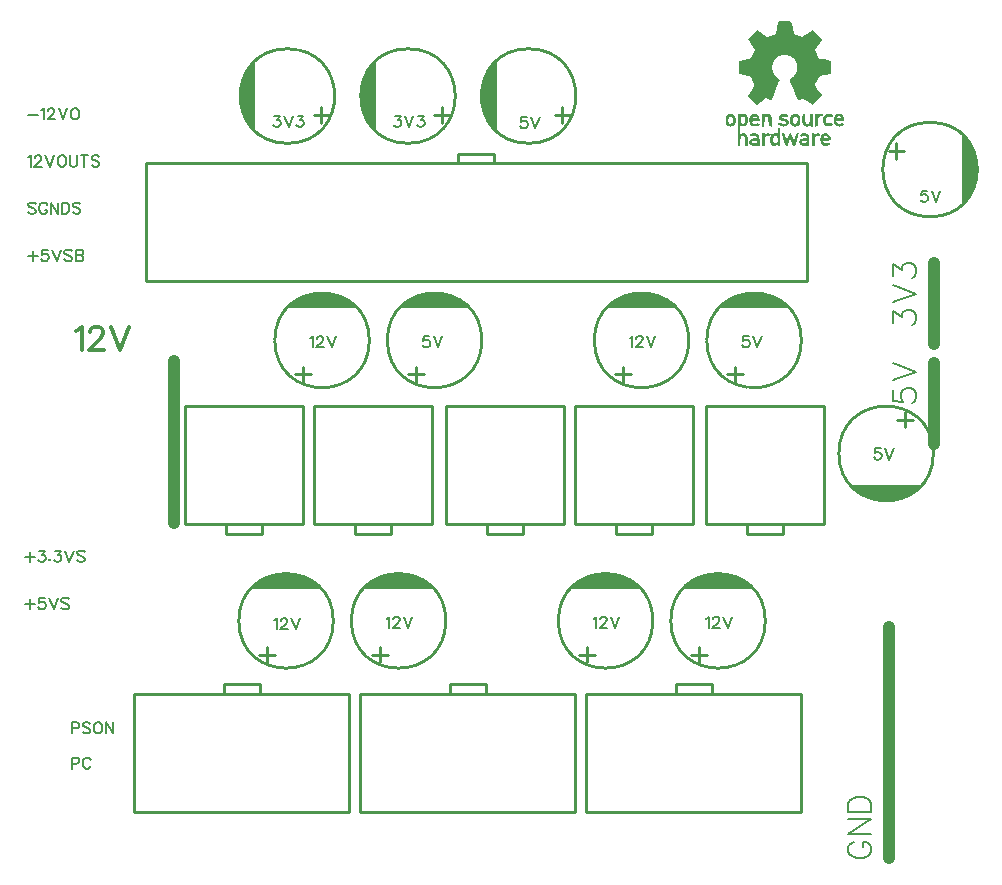
<source format=gto>
G04 Layer: TopSilkLayer*
G04 EasyEDA v6.4.19.4, 2021-09-18T03:44:13+08:00*
G04 1fc8be4444e141828a02f3c2f3ba565e,119f753a6ce64b8d841f2ad33262ab0c,10*
G04 Gerber Generator version 0.2*
G04 Scale: 100 percent, Rotated: No, Reflected: No *
G04 Dimensions in millimeters *
G04 leading zeros omitted , absolute positions ,4 integer and 5 decimal *
%FSLAX45Y45*%
%MOMM*%

%ADD10C,0.2540*%
%ADD12C,1.0000*%
%ADD20C,0.2032*%
%ADD21C,0.3500*%
%ADD22C,0.2000*%

%LPD*%
G36*
X6953097Y7541310D02*
G01*
X6927596Y7540904D01*
X6922211Y7540498D01*
X6917994Y7539939D01*
X6914845Y7539177D01*
X6912609Y7538161D01*
X6911035Y7536891D01*
X6910019Y7535316D01*
X6909308Y7533386D01*
X6890258Y7434834D01*
X6818020Y7404608D01*
X6728510Y7465923D01*
X6650837Y7388199D01*
X6710934Y7300163D01*
X6693712Y7260640D01*
X6687972Y7248245D01*
X6682994Y7238136D01*
X6679336Y7231532D01*
X6678218Y7229957D01*
X6676339Y7228840D01*
X6672732Y7227468D01*
X6660896Y7224064D01*
X6644538Y7220203D01*
X6625285Y7216343D01*
X6576618Y7207250D01*
X6574078Y7097064D01*
X6624929Y7087717D01*
X6655206Y7081316D01*
X6664807Y7078878D01*
X6667500Y7077964D01*
X6669836Y7076541D01*
X6672376Y7074001D01*
X6675120Y7070445D01*
X6678117Y7065822D01*
X6684518Y7053783D01*
X6687921Y7046417D01*
X6694373Y7030872D01*
X6703618Y7006793D01*
X6705853Y7000189D01*
X6706158Y6998766D01*
X6705600Y6997293D01*
X6701383Y6989876D01*
X6693814Y6977888D01*
X6683806Y6962648D01*
X6650278Y6913168D01*
X6727748Y6835698D01*
X6810603Y6893052D01*
X6837324Y6878116D01*
X6840575Y6876643D01*
X6843522Y6875729D01*
X6846163Y6875475D01*
X6848703Y6876034D01*
X6851142Y6877405D01*
X6853580Y6879793D01*
X6856069Y6883196D01*
X6858812Y6887819D01*
X6865061Y6900824D01*
X6872986Y6919722D01*
X6902551Y6992112D01*
X6919823Y7032752D01*
X6922465Y7039914D01*
X6923938Y7044944D01*
X6923989Y7047179D01*
X6911136Y7056475D01*
X6905345Y7061098D01*
X6899909Y7065772D01*
X6890105Y7075170D01*
X6885787Y7079945D01*
X6881774Y7084771D01*
X6878167Y7089597D01*
X6874865Y7094575D01*
X6871919Y7099553D01*
X6869328Y7104634D01*
X6867042Y7109866D01*
X6865061Y7115149D01*
X6863435Y7120534D01*
X6862114Y7126071D01*
X6861098Y7131710D01*
X6860387Y7137501D01*
X6859930Y7143496D01*
X6859778Y7149592D01*
X6859930Y7156297D01*
X6860438Y7162850D01*
X6861251Y7169251D01*
X6862368Y7175500D01*
X6863791Y7181545D01*
X6865518Y7187387D01*
X6867499Y7193076D01*
X6869785Y7198563D01*
X6872376Y7203846D01*
X6875221Y7208926D01*
X6878320Y7213803D01*
X6881672Y7218425D01*
X6885279Y7222845D01*
X6889140Y7227011D01*
X6893255Y7230922D01*
X6897573Y7234631D01*
X6902145Y7238034D01*
X6906920Y7241184D01*
X6911898Y7244080D01*
X6917080Y7246721D01*
X6922516Y7249058D01*
X6928053Y7251090D01*
X6933844Y7252817D01*
X6939788Y7254290D01*
X6945934Y7255408D01*
X6952183Y7256221D01*
X6958634Y7256729D01*
X6965238Y7256881D01*
X6971842Y7256729D01*
X6978294Y7256221D01*
X6984593Y7255408D01*
X6990689Y7254290D01*
X6996633Y7252817D01*
X7002424Y7251090D01*
X7008012Y7249058D01*
X7013397Y7246721D01*
X7018578Y7244080D01*
X7023557Y7241184D01*
X7028332Y7238034D01*
X7032904Y7234631D01*
X7037222Y7230922D01*
X7041337Y7227011D01*
X7045198Y7222845D01*
X7048804Y7218425D01*
X7052157Y7213803D01*
X7055256Y7208926D01*
X7058101Y7203846D01*
X7060692Y7198563D01*
X7062978Y7193076D01*
X7065009Y7187387D01*
X7066686Y7181545D01*
X7068108Y7175500D01*
X7069226Y7169251D01*
X7070039Y7162850D01*
X7070547Y7156297D01*
X7070699Y7149592D01*
X7070547Y7143191D01*
X7070039Y7136942D01*
X7069277Y7130897D01*
X7068159Y7124953D01*
X7066686Y7119162D01*
X7064908Y7113524D01*
X7062825Y7108037D01*
X7060438Y7102703D01*
X7057694Y7097522D01*
X7054646Y7092492D01*
X7051294Y7087616D01*
X7047585Y7082840D01*
X7043572Y7078218D01*
X7039254Y7073798D01*
X7034580Y7069480D01*
X7021271Y7058710D01*
X7007148Y7047788D01*
X7007707Y7045553D01*
X7013295Y7030161D01*
X7036003Y6972808D01*
X7061200Y6911543D01*
X7069988Y6891223D01*
X7072579Y6885736D01*
X7075220Y6880809D01*
X7077557Y6877253D01*
X7079843Y6874967D01*
X7082332Y6874002D01*
X7085380Y6874256D01*
X7089241Y6875780D01*
X7094220Y6878421D01*
X7106716Y6885787D01*
X7112355Y6888683D01*
X7116927Y6890613D01*
X7119772Y6891324D01*
X7121448Y6890766D01*
X7128916Y6886549D01*
X7140651Y6878980D01*
X7155281Y6868972D01*
X7202373Y6835343D01*
X7280452Y6913422D01*
X7241489Y6971233D01*
X7232599Y6985050D01*
X7226553Y6994855D01*
X7224318Y6999224D01*
X7225487Y7003186D01*
X7233361Y7023963D01*
X7239101Y7038238D01*
X7245959Y7053783D01*
X7249261Y7060234D01*
X7252411Y7065822D01*
X7255357Y7070445D01*
X7258151Y7074001D01*
X7260691Y7076541D01*
X7262977Y7077964D01*
X7269835Y7079996D01*
X7281773Y7082790D01*
X7297166Y7086041D01*
X7356398Y7097064D01*
X7353858Y7207250D01*
X7295337Y7218222D01*
X7277353Y7222185D01*
X7263130Y7225842D01*
X7257948Y7227468D01*
X7254341Y7228840D01*
X7252563Y7229957D01*
X7249922Y7234326D01*
X7245603Y7242759D01*
X7234326Y7267194D01*
X7220051Y7299858D01*
X7279640Y7387132D01*
X7260945Y7407859D01*
X7241336Y7427874D01*
X7230516Y7438390D01*
X7201458Y7465568D01*
X7112508Y7404608D01*
X7040270Y7434783D01*
X7022490Y7528153D01*
X7021271Y7533386D01*
X7020559Y7535316D01*
X7019493Y7536891D01*
X7017918Y7538161D01*
X7015632Y7539177D01*
X7012482Y7539939D01*
X7008317Y7540498D01*
X6996023Y7541107D01*
G37*
G36*
X6711950Y6760260D02*
G01*
X6707073Y6760159D01*
X6702145Y6759448D01*
X6697268Y6758076D01*
X6692392Y6756146D01*
X6687616Y6753504D01*
X6682994Y6750202D01*
X6678523Y6746240D01*
X6674713Y6742175D01*
X6671665Y6738467D01*
X6669328Y6734809D01*
X6667652Y6731000D01*
X6666433Y6726681D01*
X6665867Y6722719D01*
X6690359Y6722719D01*
X6692493Y6727698D01*
X6695033Y6731101D01*
X6698437Y6733692D01*
X6702450Y6735521D01*
X6706819Y6736435D01*
X6711340Y6736537D01*
X6715810Y6735724D01*
X6719874Y6733997D01*
X6723430Y6731304D01*
X6726428Y6728002D01*
X6728104Y6725259D01*
X6728409Y6723075D01*
X6727342Y6721348D01*
X6724853Y6720078D01*
X6720890Y6719214D01*
X6715353Y6718757D01*
X6708241Y6718604D01*
X6697065Y6718808D01*
X6691477Y6719976D01*
X6690359Y6722719D01*
X6665867Y6722719D01*
X6665366Y6715810D01*
X6665264Y6708698D01*
X6665518Y6700926D01*
X6666280Y6693611D01*
X6667500Y6686854D01*
X6669176Y6680708D01*
X6671360Y6675069D01*
X6674002Y6669989D01*
X6677050Y6665518D01*
X6680606Y6661658D01*
X6684568Y6658406D01*
X6688988Y6655765D01*
X6693814Y6653784D01*
X6699097Y6652463D01*
X6705803Y6651447D01*
X6712203Y6651040D01*
X6718249Y6651294D01*
X6723989Y6652158D01*
X6729475Y6653682D01*
X6734759Y6655816D01*
X6739839Y6658609D01*
X6744766Y6662115D01*
X6749897Y6666280D01*
X6751574Y6669125D01*
X6749948Y6671868D01*
X6744919Y6675780D01*
X6740906Y6678168D01*
X6736537Y6679641D01*
X6732422Y6680098D01*
X6729018Y6679488D01*
X6717995Y6675678D01*
X6708902Y6674459D01*
X6701485Y6675881D01*
X6695490Y6679895D01*
X6691477Y6684314D01*
X6689191Y6687870D01*
X6688836Y6690664D01*
X6690461Y6692747D01*
X6694271Y6694220D01*
X6700367Y6695186D01*
X6708800Y6695694D01*
X6719773Y6695897D01*
X6751624Y6695897D01*
X6751624Y6715709D01*
X6751269Y6721703D01*
X6750354Y6727291D01*
X6748830Y6732574D01*
X6746798Y6737400D01*
X6744258Y6741871D01*
X6741312Y6745884D01*
X6737908Y6749440D01*
X6734200Y6752488D01*
X6730187Y6755130D01*
X6725920Y6757212D01*
X6721449Y6758787D01*
X6716775Y6759803D01*
G37*
G36*
X7056983Y6759905D02*
G01*
X7051548Y6759702D01*
X7046061Y6758787D01*
X7040676Y6757212D01*
X7035444Y6754977D01*
X7030415Y6752081D01*
X7025741Y6748525D01*
X7021779Y6744970D01*
X7018781Y6741668D01*
X7016496Y6738213D01*
X7014921Y6734251D01*
X7013905Y6729323D01*
X7013295Y6723024D01*
X7012992Y6705346D01*
X7033412Y6705346D01*
X7033818Y6711543D01*
X7035038Y6717233D01*
X7036866Y6722313D01*
X7039305Y6726783D01*
X7042251Y6730542D01*
X7045604Y6733540D01*
X7049211Y6735673D01*
X7053072Y6736892D01*
X7057085Y6737146D01*
X7061098Y6736334D01*
X7065060Y6734403D01*
X7068870Y6731304D01*
X7071715Y6727393D01*
X7073646Y6722364D01*
X7074712Y6716572D01*
X7074916Y6710273D01*
X7074408Y6703720D01*
X7073188Y6697218D01*
X7071359Y6690969D01*
X7068972Y6685229D01*
X7066076Y6680352D01*
X7062774Y6676542D01*
X7059066Y6674053D01*
X7055053Y6673138D01*
X7050887Y6673850D01*
X7046925Y6675831D01*
X7043267Y6678930D01*
X7040016Y6682943D01*
X7037324Y6687769D01*
X7035241Y6693255D01*
X7033869Y6699148D01*
X7033412Y6705346D01*
X7012992Y6705346D01*
X7013295Y6686905D01*
X7013905Y6680606D01*
X7014921Y6675678D01*
X7016496Y6671665D01*
X7018781Y6668211D01*
X7021779Y6664909D01*
X7025741Y6661403D01*
X7030110Y6658000D01*
X7034682Y6655257D01*
X7039406Y6653123D01*
X7044181Y6651650D01*
X7049109Y6650736D01*
X7054037Y6650532D01*
X7059015Y6650888D01*
X7063943Y6651904D01*
X7068870Y6653530D01*
X7073696Y6655816D01*
X7078472Y6658660D01*
X7083094Y6662166D01*
X7087412Y6665975D01*
X7090765Y6669430D01*
X7093254Y6672884D01*
X7094981Y6676796D01*
X7096099Y6681520D01*
X7096709Y6687464D01*
X7097014Y6695084D01*
X7096963Y6713677D01*
X7096658Y6721043D01*
X7096048Y6727088D01*
X7095083Y6732117D01*
X7093661Y6736384D01*
X7091680Y6740144D01*
X7089140Y6743750D01*
X7085939Y6747459D01*
X7081926Y6751218D01*
X7077506Y6754266D01*
X7072731Y6756653D01*
X7067651Y6758431D01*
X7062419Y6759498D01*
G37*
G36*
X6505498Y6759803D02*
G01*
X6500063Y6759448D01*
X6494780Y6758482D01*
X6489700Y6756857D01*
X6484874Y6754672D01*
X6480403Y6751828D01*
X6476390Y6748373D01*
X6473139Y6744868D01*
X6470548Y6741464D01*
X6468618Y6737807D01*
X6467195Y6733641D01*
X6466230Y6728663D01*
X6465620Y6722516D01*
X6465316Y6714896D01*
X6465271Y6704228D01*
X6487972Y6704228D01*
X6488328Y6711442D01*
X6489242Y6717893D01*
X6490817Y6723532D01*
X6492849Y6728256D01*
X6495389Y6732066D01*
X6498336Y6734911D01*
X6501638Y6736740D01*
X6505244Y6737553D01*
X6509105Y6737299D01*
X6513169Y6735927D01*
X6517436Y6733387D01*
X6521754Y6729628D01*
X6524548Y6725462D01*
X6526834Y6719468D01*
X6528358Y6712305D01*
X6528866Y6704736D01*
X6528155Y6696913D01*
X6526174Y6690055D01*
X6523075Y6684264D01*
X6519011Y6679742D01*
X6514236Y6676644D01*
X6508902Y6675120D01*
X6503212Y6675374D01*
X6497370Y6677507D01*
X6492748Y6680962D01*
X6489852Y6685889D01*
X6488379Y6693357D01*
X6487972Y6704228D01*
X6465271Y6704228D01*
X6465570Y6687820D01*
X6466179Y6681673D01*
X6467297Y6676898D01*
X6469024Y6672935D01*
X6471513Y6669430D01*
X6474866Y6666026D01*
X6479235Y6662166D01*
X6484721Y6658000D01*
X6490157Y6654749D01*
X6495592Y6652463D01*
X6501180Y6651142D01*
X6506921Y6650685D01*
X6512915Y6651142D01*
X6519316Y6652514D01*
X6526072Y6654749D01*
X6530187Y6656781D01*
X6533946Y6659422D01*
X6537350Y6662775D01*
X6540449Y6666636D01*
X6543141Y6671005D01*
X6545478Y6675831D01*
X6547459Y6680962D01*
X6549085Y6686397D01*
X6550253Y6692036D01*
X6551117Y6697827D01*
X6551523Y6703720D01*
X6551523Y6709613D01*
X6551168Y6715455D01*
X6550304Y6721144D01*
X6549085Y6726681D01*
X6547408Y6731914D01*
X6545275Y6736842D01*
X6542684Y6741363D01*
X6539636Y6745427D01*
X6536131Y6748932D01*
X6531660Y6752285D01*
X6526784Y6755028D01*
X6521704Y6757162D01*
X6516370Y6758686D01*
X6510934Y6759549D01*
G37*
G36*
X7335774Y6759651D02*
G01*
X7330186Y6759295D01*
X7324750Y6758482D01*
X7319568Y6757111D01*
X7314742Y6755231D01*
X7310424Y6752844D01*
X7306716Y6749999D01*
X7302753Y6745935D01*
X7299299Y6741718D01*
X7296302Y6737350D01*
X7293813Y6732879D01*
X7291781Y6728256D01*
X7290155Y6723583D01*
X7288987Y6718808D01*
X7288225Y6714032D01*
X7287869Y6709257D01*
X7287920Y6704482D01*
X7288326Y6699808D01*
X7289088Y6695135D01*
X7290206Y6690614D01*
X7291679Y6686194D01*
X7293406Y6681876D01*
X7295489Y6677812D01*
X7297877Y6673900D01*
X7300468Y6670192D01*
X7303363Y6666788D01*
X7306513Y6663588D01*
X7309916Y6660743D01*
X7313523Y6658203D01*
X7317333Y6656019D01*
X7321296Y6654241D01*
X7325461Y6652818D01*
X7329830Y6651853D01*
X7334300Y6651294D01*
X7338923Y6651244D01*
X7343648Y6651701D01*
X7348524Y6652717D01*
X7353452Y6654241D01*
X7358481Y6656324D01*
X7368692Y6662013D01*
X7373416Y6666941D01*
X7372858Y6671970D01*
X7367371Y6677812D01*
X7363561Y6680250D01*
X7359599Y6681216D01*
X7355078Y6680708D01*
X7344054Y6676593D01*
X7338720Y6675577D01*
X7333792Y6675577D01*
X7329271Y6676542D01*
X7325207Y6678472D01*
X7321651Y6681216D01*
X7318705Y6684772D01*
X7316368Y6689140D01*
X7314692Y6694220D01*
X7313726Y6699961D01*
X7313523Y6706311D01*
X7314133Y6713270D01*
X7315809Y6719976D01*
X7318451Y6725615D01*
X7322058Y6730034D01*
X7326477Y6733286D01*
X7331608Y6735216D01*
X7337348Y6735825D01*
X7343546Y6735013D01*
X7350048Y6732727D01*
X7356500Y6730187D01*
X7361275Y6729628D01*
X7365238Y6731050D01*
X7369403Y6734556D01*
X7373010Y6738772D01*
X7373772Y6742125D01*
X7371486Y6745731D01*
X7365898Y6750710D01*
X7361834Y6753504D01*
X7357262Y6755790D01*
X7352233Y6757517D01*
X7346899Y6758736D01*
X7341412Y6759448D01*
G37*
G36*
X6610248Y6759651D02*
G01*
X6603542Y6758838D01*
X6597802Y6757009D01*
X6593433Y6754063D01*
X6590792Y6751675D01*
X6589115Y6750862D01*
X6588252Y6751675D01*
X6587947Y6754063D01*
X6587083Y6756196D01*
X6584645Y6757924D01*
X6581038Y6759092D01*
X6576618Y6759498D01*
X6565239Y6759498D01*
X6565239Y6704228D01*
X6592519Y6704228D01*
X6592773Y6712051D01*
X6593586Y6718757D01*
X6594957Y6724396D01*
X6596888Y6728917D01*
X6599428Y6732371D01*
X6602577Y6734860D01*
X6606336Y6736283D01*
X6610705Y6736791D01*
X6613956Y6736334D01*
X6617462Y6735165D01*
X6620713Y6733438D01*
X6623405Y6731304D01*
X6625539Y6727494D01*
X6627266Y6721094D01*
X6628434Y6713067D01*
X6628892Y6704228D01*
X6628384Y6695541D01*
X6626961Y6688277D01*
X6624624Y6682486D01*
X6621475Y6678269D01*
X6617512Y6675577D01*
X6612839Y6674561D01*
X6607556Y6675272D01*
X6601612Y6677710D01*
X6597192Y6681063D01*
X6594398Y6685991D01*
X6592925Y6693408D01*
X6592519Y6704228D01*
X6565239Y6704228D01*
X6565239Y6486804D01*
X6580225Y6486906D01*
X6583019Y6487414D01*
X6585000Y6488633D01*
X6586372Y6490817D01*
X6587286Y6494373D01*
X6587744Y6499555D01*
X6588099Y6524244D01*
X6589115Y6538722D01*
X6590030Y6544970D01*
X6591198Y6550609D01*
X6592620Y6555536D01*
X6594246Y6559854D01*
X6596176Y6563461D01*
X6598310Y6566458D01*
X6600698Y6568744D01*
X6603339Y6570421D01*
X6606235Y6571386D01*
X6609334Y6571640D01*
X6612686Y6571284D01*
X6616293Y6570167D01*
X6620103Y6568440D01*
X6622694Y6566763D01*
X6624675Y6564630D01*
X6626250Y6561785D01*
X6627368Y6557822D01*
X6628130Y6552488D01*
X6628587Y6545478D01*
X6629095Y6503212D01*
X6629501Y6496354D01*
X6630365Y6491782D01*
X6631736Y6488938D01*
X6633718Y6487464D01*
X6636512Y6486855D01*
X6643979Y6486855D01*
X6646824Y6487464D01*
X6648805Y6489090D01*
X6650177Y6492240D01*
X6650990Y6497421D01*
X6651447Y6505143D01*
X6651599Y6530187D01*
X6651294Y6554317D01*
X6650786Y6562496D01*
X6649872Y6568795D01*
X6648450Y6573672D01*
X6646367Y6577685D01*
X6643573Y6581394D01*
X6639966Y6585203D01*
X6635597Y6589064D01*
X6631076Y6591960D01*
X6626301Y6593840D01*
X6621221Y6594805D01*
X6615734Y6594805D01*
X6609740Y6593890D01*
X6603187Y6592011D01*
X6593535Y6588404D01*
X6591655Y6588455D01*
X6590233Y6589674D01*
X6589268Y6592316D01*
X6588607Y6596735D01*
X6588201Y6603136D01*
X6587947Y6623151D01*
X6588201Y6643166D01*
X6588607Y6649567D01*
X6589268Y6653936D01*
X6590233Y6656628D01*
X6591655Y6657848D01*
X6593535Y6657898D01*
X6603187Y6654292D01*
X6609740Y6652412D01*
X6615734Y6651447D01*
X6621221Y6651447D01*
X6626301Y6652412D01*
X6631076Y6654342D01*
X6635597Y6657238D01*
X6639966Y6661099D01*
X6643471Y6664807D01*
X6646164Y6668312D01*
X6648196Y6672072D01*
X6649669Y6676339D01*
X6650685Y6681520D01*
X6651244Y6688023D01*
X6651548Y6696100D01*
X6651498Y6715556D01*
X6651244Y6723329D01*
X6650685Y6729780D01*
X6649821Y6735064D01*
X6648602Y6739483D01*
X6646976Y6743192D01*
X6644894Y6746494D01*
X6642353Y6749542D01*
X6637629Y6753352D01*
X6631635Y6756247D01*
X6624777Y6758330D01*
X6617512Y6759498D01*
G37*
G36*
X7126630Y6759498D02*
G01*
X7122871Y6759397D01*
X7120077Y6758787D01*
X7118045Y6757162D01*
X7116673Y6754012D01*
X7115860Y6748830D01*
X7115403Y6741159D01*
X7115251Y6716115D01*
X7115556Y6692188D01*
X7116064Y6684009D01*
X7116978Y6677710D01*
X7118350Y6672783D01*
X7120331Y6668820D01*
X7122972Y6665214D01*
X7126427Y6661556D01*
X7131050Y6657594D01*
X7136130Y6654495D01*
X7141514Y6652310D01*
X7147153Y6650990D01*
X7152894Y6650583D01*
X7158736Y6651142D01*
X7164476Y6652666D01*
X7174026Y6656933D01*
X7176770Y6657543D01*
X7178344Y6656933D01*
X7178903Y6655104D01*
X7179767Y6653275D01*
X7182205Y6651802D01*
X7185812Y6650786D01*
X7190231Y6650431D01*
X7201611Y6650431D01*
X7201560Y6727952D01*
X7201204Y6743344D01*
X7200798Y6748678D01*
X7200239Y6752691D01*
X7199426Y6755536D01*
X7198359Y6757466D01*
X7197039Y6758635D01*
X7195312Y6759244D01*
X7193229Y6759498D01*
X7187234Y6759397D01*
X7184593Y6758736D01*
X7182612Y6757162D01*
X7181138Y6754368D01*
X7180072Y6749897D01*
X7179360Y6743395D01*
X7176973Y6704126D01*
X7176160Y6697319D01*
X7175093Y6691884D01*
X7173823Y6687616D01*
X7172198Y6684314D01*
X7170166Y6681673D01*
X7167727Y6679539D01*
X7160717Y6675018D01*
X7155535Y6673596D01*
X7150760Y6675323D01*
X7145121Y6680301D01*
X7143292Y6682587D01*
X7141768Y6685534D01*
X7140549Y6689242D01*
X7139533Y6693865D01*
X7138822Y6699453D01*
X7138060Y6714185D01*
X7137755Y6744055D01*
X7137298Y6750456D01*
X7136485Y6754774D01*
X7135114Y6757466D01*
X7133081Y6758838D01*
X7130288Y6759397D01*
G37*
G36*
X6769811Y6759498D02*
G01*
X6769811Y6650431D01*
X6784594Y6650532D01*
X6787337Y6651142D01*
X6789369Y6652717D01*
X6790842Y6655663D01*
X6791858Y6660438D01*
X6792518Y6667398D01*
X6794449Y6709359D01*
X6795211Y6716522D01*
X6796125Y6722160D01*
X6797294Y6726529D01*
X6798767Y6729831D01*
X6800545Y6732219D01*
X6802729Y6733997D01*
X6806844Y6736029D01*
X6810705Y6736740D01*
X6814566Y6736080D01*
X6818630Y6733997D01*
X6820814Y6732270D01*
X6822643Y6729831D01*
X6824167Y6726478D01*
X6825437Y6722109D01*
X6826503Y6716572D01*
X6827418Y6709613D01*
X6830415Y6668871D01*
X6831279Y6662013D01*
X6832498Y6657340D01*
X6834225Y6654393D01*
X6836613Y6652666D01*
X6839813Y6651802D01*
X6857034Y6649720D01*
X6854901Y6710070D01*
X6854291Y6721144D01*
X6853529Y6729730D01*
X6852412Y6736181D01*
X6850938Y6741058D01*
X6849008Y6744817D01*
X6846417Y6747916D01*
X6843166Y6750812D01*
X6838086Y6754114D01*
X6832193Y6756603D01*
X6825742Y6758330D01*
X6819138Y6759194D01*
X6812737Y6759244D01*
X6806844Y6758431D01*
X6801815Y6756704D01*
X6797954Y6754063D01*
X6795312Y6751675D01*
X6793636Y6750862D01*
X6792772Y6751675D01*
X6792518Y6754063D01*
X6791604Y6756196D01*
X6789166Y6757924D01*
X6785559Y6759092D01*
X6781139Y6759498D01*
G37*
G36*
X6961835Y6759448D02*
G01*
X6953859Y6759194D01*
X6946188Y6758127D01*
X6939025Y6756247D01*
X6932675Y6753555D01*
X6927240Y6750100D01*
X6923125Y6746341D01*
X6919925Y6742226D01*
X6917639Y6737959D01*
X6916216Y6733540D01*
X6915556Y6729018D01*
X6915708Y6724497D01*
X6916623Y6720078D01*
X6918198Y6715759D01*
X6920484Y6711746D01*
X6923430Y6707987D01*
X6926935Y6704584D01*
X6931050Y6701637D01*
X6935673Y6699250D01*
X6940803Y6697421D01*
X6946442Y6696252D01*
X6959041Y6695490D01*
X6964781Y6694322D01*
X6969455Y6692595D01*
X6973062Y6690359D01*
X6975348Y6687718D01*
X6976262Y6684772D01*
X6975602Y6681673D01*
X6973316Y6678472D01*
X6969963Y6676034D01*
X6965746Y6674408D01*
X6960819Y6673545D01*
X6955485Y6673392D01*
X6949948Y6674053D01*
X6944410Y6675424D01*
X6939076Y6677507D01*
X6928916Y6683654D01*
X6924700Y6684975D01*
X6921042Y6684467D01*
X6917334Y6682079D01*
X6912152Y6676491D01*
X6911594Y6671462D01*
X6915912Y6666077D01*
X6925462Y6659473D01*
X6930491Y6656730D01*
X6935571Y6654495D01*
X6940702Y6652818D01*
X6945884Y6651599D01*
X6951014Y6650888D01*
X6956094Y6650634D01*
X6961073Y6650786D01*
X6965899Y6651345D01*
X6970623Y6652310D01*
X6975094Y6653682D01*
X6979310Y6655358D01*
X6983323Y6657390D01*
X6986981Y6659727D01*
X6990283Y6662318D01*
X6993229Y6665214D01*
X6995718Y6668363D01*
X6997801Y6671716D01*
X6999376Y6675323D01*
X7000443Y6679082D01*
X7000900Y6682994D01*
X7000798Y6687058D01*
X7000087Y6691274D01*
X6998665Y6695592D01*
X6996531Y6699961D01*
X6994194Y6703669D01*
X6991400Y6706768D01*
X6987997Y6709460D01*
X6983526Y6711797D01*
X6977837Y6713981D01*
X6970572Y6716166D01*
X6950151Y6720789D01*
X6945223Y6722313D01*
X6941566Y6724294D01*
X6939432Y6726631D01*
X6939127Y6728968D01*
X6941159Y6731609D01*
X6945020Y6733641D01*
X6950151Y6735064D01*
X6956044Y6735825D01*
X6962241Y6735876D01*
X6968236Y6735216D01*
X6973417Y6733794D01*
X6977380Y6731558D01*
X6981190Y6728968D01*
X6984288Y6728510D01*
X6987235Y6730238D01*
X6990740Y6734403D01*
X6995515Y6742074D01*
X6996379Y6747408D01*
X6993128Y6751421D01*
X6985406Y6755079D01*
X6977837Y6757416D01*
X6969912Y6758889D01*
G37*
G36*
X7425690Y6759346D02*
G01*
X7418324Y6758940D01*
X7411008Y6757822D01*
X7404658Y6756247D01*
X7400036Y6754368D01*
X7396276Y6751269D01*
X7392263Y6746443D01*
X7388402Y6740499D01*
X7385253Y6734200D01*
X7383119Y6728459D01*
X7381381Y6722719D01*
X7403998Y6722719D01*
X7406131Y6727698D01*
X7408672Y6731101D01*
X7412075Y6733692D01*
X7416088Y6735521D01*
X7420457Y6736435D01*
X7424978Y6736537D01*
X7429449Y6735724D01*
X7433513Y6733997D01*
X7437069Y6731304D01*
X7440015Y6728002D01*
X7441742Y6725259D01*
X7442047Y6723075D01*
X7440980Y6721348D01*
X7438491Y6720078D01*
X7434529Y6719214D01*
X7428992Y6718757D01*
X7421880Y6718604D01*
X7410703Y6718808D01*
X7405116Y6719976D01*
X7403998Y6722719D01*
X7381381Y6722719D01*
X7380173Y6717182D01*
X7379360Y6711645D01*
X7379004Y6706311D01*
X7379004Y6701078D01*
X7379462Y6695948D01*
X7380274Y6691071D01*
X7381443Y6686346D01*
X7382967Y6681825D01*
X7384796Y6677558D01*
X7386980Y6673545D01*
X7389418Y6669786D01*
X7392162Y6666280D01*
X7395209Y6663131D01*
X7398461Y6660235D01*
X7402017Y6657746D01*
X7405725Y6655562D01*
X7409688Y6653733D01*
X7413802Y6652361D01*
X7418120Y6651345D01*
X7422591Y6650786D01*
X7427163Y6650634D01*
X7431938Y6650990D01*
X7436764Y6651802D01*
X7441692Y6653123D01*
X7446721Y6655003D01*
X7451852Y6657340D01*
X7460640Y6662674D01*
X7464501Y6667398D01*
X7463637Y6672224D01*
X7458252Y6677812D01*
X7454341Y6680453D01*
X7450581Y6681317D01*
X7446264Y6680504D01*
X7435596Y6675577D01*
X7430770Y6674205D01*
X7426198Y6673748D01*
X7421880Y6674256D01*
X7417866Y6675678D01*
X7414056Y6678066D01*
X7410551Y6681368D01*
X7407300Y6685635D01*
X7400493Y6695897D01*
X7465263Y6695897D01*
X7465263Y6716522D01*
X7464958Y6723125D01*
X7464044Y6729171D01*
X7462570Y6734759D01*
X7460538Y6739788D01*
X7457948Y6744309D01*
X7454849Y6748272D01*
X7451191Y6751624D01*
X7447025Y6754418D01*
X7442403Y6756603D01*
X7437272Y6758178D01*
X7431684Y6759092D01*
G37*
G36*
X7253731Y6758990D02*
G01*
X7219797Y6758838D01*
X7219797Y6649821D01*
X7236358Y6651802D01*
X7239457Y6652717D01*
X7241743Y6654342D01*
X7243318Y6657187D01*
X7244435Y6661658D01*
X7245146Y6668109D01*
X7246112Y6688836D01*
X7247178Y6706209D01*
X7247991Y6713220D01*
X7249007Y6719163D01*
X7250277Y6724142D01*
X7251801Y6728155D01*
X7253630Y6731253D01*
X7255814Y6733540D01*
X7258354Y6735064D01*
X7261250Y6735876D01*
X7264552Y6735978D01*
X7268260Y6735521D01*
X7272680Y6735419D01*
X7277201Y6736486D01*
X7281570Y6738518D01*
X7285481Y6741261D01*
X7288580Y6744512D01*
X7290663Y6747967D01*
X7291425Y6751370D01*
X7290511Y6754520D01*
X7289241Y6755434D01*
X7286701Y6756298D01*
X7283094Y6757111D01*
X7273137Y6758279D01*
X7260590Y6758940D01*
G37*
G36*
X6917537Y6636766D02*
G01*
X6911187Y6636207D01*
X6907784Y6633108D01*
X6906412Y6625590D01*
X6905955Y6597599D01*
X6904837Y6590690D01*
X6901942Y6589217D01*
X6896608Y6591604D01*
X6890410Y6593992D01*
X6883755Y6595059D01*
X6876846Y6594856D01*
X6870090Y6593484D01*
X6863638Y6590995D01*
X6857847Y6587490D01*
X6853021Y6583019D01*
X6849364Y6577736D01*
X6847433Y6573215D01*
X6845858Y6567830D01*
X6844588Y6561785D01*
X6843674Y6555181D01*
X6843064Y6548272D01*
X6842835Y6537756D01*
X6866940Y6537756D01*
X6867093Y6545580D01*
X6868363Y6552692D01*
X6870649Y6558991D01*
X6873900Y6564274D01*
X6878066Y6568440D01*
X6883044Y6571335D01*
X6888784Y6572808D01*
X6890562Y6572351D01*
X6893052Y6570929D01*
X6895998Y6568744D01*
X6898995Y6566001D01*
X6901891Y6561836D01*
X6904024Y6556197D01*
X6905396Y6549491D01*
X6905955Y6542278D01*
X6905701Y6534861D01*
X6904634Y6527850D01*
X6902754Y6521551D01*
X6900062Y6516522D01*
X6895947Y6512407D01*
X6891324Y6510121D01*
X6886448Y6509562D01*
X6881571Y6510680D01*
X6877050Y6513372D01*
X6873036Y6517436D01*
X6869938Y6522770D01*
X6867906Y6529374D01*
X6866940Y6537756D01*
X6842835Y6537756D01*
X6843268Y6527241D01*
X6844030Y6520688D01*
X6845147Y6514693D01*
X6846570Y6509410D01*
X6848348Y6505041D01*
X6851751Y6499809D01*
X6856069Y6495389D01*
X6861149Y6491884D01*
X6866839Y6489395D01*
X6872986Y6487871D01*
X6879488Y6487464D01*
X6886092Y6488125D01*
X6897928Y6491630D01*
X6902196Y6492392D01*
X6905091Y6492138D01*
X6906158Y6490919D01*
X6907072Y6489344D01*
X6909511Y6488023D01*
X6913118Y6487109D01*
X6917537Y6486804D01*
X6928866Y6486804D01*
X6928866Y6636766D01*
G37*
G36*
X6783171Y6595872D02*
G01*
X6780428Y6595618D01*
X6778294Y6594500D01*
X6776720Y6592062D01*
X6775653Y6587693D01*
X6774942Y6580987D01*
X6774535Y6571335D01*
X6774332Y6541312D01*
X6774332Y6486804D01*
X6789420Y6486855D01*
X6792214Y6487464D01*
X6794246Y6488938D01*
X6795566Y6491782D01*
X6796430Y6496354D01*
X6796887Y6503212D01*
X6797344Y6545224D01*
X6797852Y6552234D01*
X6798564Y6557568D01*
X6799630Y6561581D01*
X6801103Y6564477D01*
X6803034Y6566611D01*
X6805422Y6568186D01*
X6809384Y6569760D01*
X6813905Y6570675D01*
X6818528Y6570929D01*
X6822643Y6570370D01*
X6826910Y6570065D01*
X6831380Y6571183D01*
X6835749Y6573621D01*
X6839864Y6577279D01*
X6844385Y6582613D01*
X6845452Y6585966D01*
X6842759Y6588709D01*
X6835952Y6592062D01*
X6829501Y6594449D01*
X6823456Y6595313D01*
X6817309Y6594703D01*
X6804863Y6590893D01*
X6800088Y6590131D01*
X6796531Y6590436D01*
X6794550Y6591706D01*
X6792874Y6593331D01*
X6790131Y6594652D01*
X6786778Y6595567D01*
G37*
G36*
X7209434Y6595770D02*
G01*
X7201306Y6595313D01*
X7195566Y6592824D01*
X7194956Y6591198D01*
X7194346Y6587591D01*
X7193432Y6575552D01*
X7192772Y6558534D01*
X7192518Y6538315D01*
X7192518Y6486804D01*
X7219797Y6486804D01*
X7219848Y6536537D01*
X7220102Y6545478D01*
X7220559Y6552488D01*
X7221321Y6557822D01*
X7222439Y6561785D01*
X7223963Y6564630D01*
X7225995Y6566763D01*
X7228535Y6568440D01*
X7232548Y6570014D01*
X7236866Y6570929D01*
X7241031Y6571030D01*
X7244537Y6570370D01*
X7251242Y6570014D01*
X7257999Y6573062D01*
X7263180Y6578396D01*
X7265263Y6585000D01*
X7264298Y6587998D01*
X7261707Y6590588D01*
X7257846Y6592620D01*
X7252970Y6593992D01*
X7247483Y6594703D01*
X7241743Y6594652D01*
X7236104Y6593789D01*
X7226249Y6590233D01*
X7222744Y6589522D01*
X7220559Y6589928D01*
X7219797Y6591401D01*
X7216648Y6594398D01*
G37*
G36*
X7076236Y6595770D02*
G01*
X7067753Y6593789D01*
X7063079Y6590182D01*
X7052665Y6554978D01*
X7044181Y6525412D01*
X7029602Y6568490D01*
X7026808Y6575907D01*
X7024268Y6581851D01*
X7021931Y6586372D01*
X7019645Y6589725D01*
X7017410Y6591960D01*
X7015175Y6593230D01*
X7012787Y6593586D01*
X7010400Y6593230D01*
X7008215Y6592112D01*
X7006132Y6590131D01*
X7004050Y6587134D01*
X7001916Y6583019D01*
X6999681Y6577685D01*
X6987235Y6540703D01*
X6984390Y6533337D01*
X6982714Y6529984D01*
X6981037Y6531609D01*
X6978396Y6537959D01*
X6975144Y6547916D01*
X6966559Y6578498D01*
X6964476Y6584391D01*
X6962343Y6588607D01*
X6960108Y6591503D01*
X6957466Y6593331D01*
X6954316Y6594398D01*
X6950456Y6595059D01*
X6945630Y6595313D01*
X6941667Y6595008D01*
X6938975Y6594195D01*
X6937959Y6592976D01*
X6939280Y6587540D01*
X6948322Y6558330D01*
X6961428Y6518605D01*
X6966508Y6504685D01*
X6970623Y6495491D01*
X6972503Y6492341D01*
X6974281Y6490055D01*
X6976059Y6488430D01*
X6977888Y6487464D01*
X6979869Y6486906D01*
X6982002Y6486804D01*
X6985050Y6487058D01*
X6987641Y6487922D01*
X6989978Y6489700D01*
X6992162Y6492494D01*
X6994296Y6496608D01*
X6996582Y6502196D01*
X7009231Y6541058D01*
X7011873Y6547916D01*
X7013295Y6550406D01*
X7014718Y6547916D01*
X7017308Y6541058D01*
X7020763Y6530949D01*
X7027519Y6509461D01*
X7030008Y6502196D01*
X7032244Y6496608D01*
X7034428Y6492494D01*
X7036612Y6489700D01*
X7038898Y6487922D01*
X7041540Y6487058D01*
X7044588Y6486804D01*
X7046722Y6486906D01*
X7048703Y6487414D01*
X7050531Y6488430D01*
X7052309Y6490004D01*
X7054088Y6492341D01*
X7055866Y6495491D01*
X7057847Y6499606D01*
X7062317Y6511137D01*
X7067956Y6527850D01*
X7080656Y6567830D01*
X7087971Y6593027D01*
X7084364Y6595668D01*
G37*
G36*
X7310831Y6595465D02*
G01*
X7305598Y6595313D01*
X7300417Y6594449D01*
X7295286Y6592824D01*
X7290257Y6590385D01*
X7285583Y6587388D01*
X7281519Y6584137D01*
X7278014Y6580530D01*
X7275068Y6576466D01*
X7272578Y6571894D01*
X7270496Y6566712D01*
X7268819Y6560921D01*
X7267440Y6553860D01*
X7291070Y6553860D01*
X7291171Y6557111D01*
X7295083Y6563156D01*
X7298537Y6567068D01*
X7302398Y6569862D01*
X7306614Y6571538D01*
X7310881Y6572097D01*
X7315149Y6571538D01*
X7319162Y6569862D01*
X7322870Y6567068D01*
X7325969Y6563156D01*
X7328001Y6559448D01*
X7328865Y6556502D01*
X7328509Y6554216D01*
X7326934Y6552539D01*
X7323988Y6551472D01*
X7319670Y6550914D01*
X7313879Y6550863D01*
X7306513Y6551269D01*
X7295845Y6552285D01*
X7291070Y6553860D01*
X7267440Y6553860D01*
X7266787Y6548729D01*
X7266584Y6542836D01*
X7266787Y6536842D01*
X7267448Y6530848D01*
X7268514Y6524904D01*
X7269937Y6519113D01*
X7271715Y6513576D01*
X7273798Y6508445D01*
X7276134Y6503822D01*
X7278725Y6499758D01*
X7281570Y6496354D01*
X7284567Y6493764D01*
X7288428Y6491528D01*
X7292898Y6489700D01*
X7297826Y6488328D01*
X7303109Y6487414D01*
X7308646Y6486956D01*
X7314234Y6486906D01*
X7319822Y6487312D01*
X7325258Y6488125D01*
X7330440Y6489344D01*
X7335215Y6491020D01*
X7339533Y6493103D01*
X7343140Y6495592D01*
X7349134Y6500723D01*
X7351318Y6504127D01*
X7349845Y6507073D01*
X7344867Y6511086D01*
X7340396Y6513779D01*
X7336129Y6515100D01*
X7332065Y6515049D01*
X7319162Y6510375D01*
X7310221Y6509816D01*
X7301992Y6511950D01*
X7295083Y6516674D01*
X7291628Y6520688D01*
X7290053Y6524040D01*
X7290511Y6526733D01*
X7292949Y6528816D01*
X7297572Y6530390D01*
X7304430Y6531457D01*
X7313625Y6532067D01*
X7357364Y6532219D01*
X7354773Y6551574D01*
X7353604Y6557721D01*
X7351775Y6563512D01*
X7349388Y6568948D01*
X7346492Y6573977D01*
X7343089Y6578549D01*
X7339330Y6582664D01*
X7335164Y6586270D01*
X7330694Y6589318D01*
X7325969Y6591808D01*
X7321092Y6593636D01*
X7316012Y6594906D01*
G37*
G36*
X7126427Y6595008D02*
G01*
X7119924Y6594500D01*
X7113676Y6593281D01*
X7107732Y6591350D01*
X7099350Y6586981D01*
X7095540Y6582359D01*
X7096201Y6577177D01*
X7101281Y6571183D01*
X7105954Y6567525D01*
X7109866Y6566001D01*
X7113879Y6566509D01*
X7123684Y6571234D01*
X7129068Y6572351D01*
X7134555Y6572351D01*
X7139838Y6571386D01*
X7144461Y6569506D01*
X7148220Y6566814D01*
X7150709Y6563410D01*
X7151624Y6559397D01*
X7150811Y6554724D01*
X7147610Y6551980D01*
X7140702Y6550710D01*
X7117791Y6549948D01*
X7109206Y6548374D01*
X7102500Y6545580D01*
X7097064Y6541312D01*
X7093102Y6536435D01*
X7090308Y6530949D01*
X7088733Y6525107D01*
X7088345Y6519976D01*
X7111492Y6519976D01*
X7111898Y6523024D01*
X7113422Y6525717D01*
X7116114Y6527952D01*
X7119823Y6529730D01*
X7124598Y6531051D01*
X7130389Y6531864D01*
X7137146Y6532168D01*
X7144969Y6531864D01*
X7149338Y6530441D01*
X7151014Y6527342D01*
X7150811Y6522008D01*
X7149338Y6516878D01*
X7146239Y6513525D01*
X7140752Y6511493D01*
X7132269Y6510375D01*
X7124090Y6510121D01*
X7118350Y6510934D01*
X7114540Y6513068D01*
X7112253Y6516522D01*
X7111492Y6519976D01*
X7088345Y6519976D01*
X7088276Y6519062D01*
X7089038Y6513017D01*
X7090968Y6507226D01*
X7094016Y6501739D01*
X7098233Y6496913D01*
X7101433Y6494170D01*
X7104735Y6491986D01*
X7108393Y6490309D01*
X7112711Y6489090D01*
X7117892Y6488277D01*
X7124242Y6487769D01*
X7141413Y6487566D01*
X7174331Y6487871D01*
X7174280Y6536029D01*
X7173874Y6551422D01*
X7173112Y6564274D01*
X7172096Y6572910D01*
X7171486Y6575196D01*
X7169353Y6579158D01*
X7166152Y6582765D01*
X7162088Y6586016D01*
X7157212Y6588759D01*
X7151725Y6591096D01*
X7145781Y6592925D01*
X7139482Y6594195D01*
X7132980Y6594906D01*
G37*
G36*
X6700367Y6594805D02*
G01*
X6693458Y6594246D01*
X6687972Y6592874D01*
X6678472Y6588201D01*
X6673596Y6583629D01*
X6673088Y6578701D01*
X6676745Y6573012D01*
X6680911Y6569151D01*
X6685127Y6567474D01*
X6690309Y6567830D01*
X6703009Y6571792D01*
X6708292Y6572453D01*
X6713118Y6572148D01*
X6717487Y6570929D01*
X6721297Y6568897D01*
X6724345Y6566001D01*
X6726681Y6562344D01*
X6728104Y6557873D01*
X6727901Y6554165D01*
X6724954Y6551879D01*
X6718401Y6550710D01*
X6700469Y6550050D01*
X6694119Y6549034D01*
X6688226Y6547408D01*
X6682943Y6545275D01*
X6678269Y6542582D01*
X6674205Y6539484D01*
X6670802Y6535978D01*
X6668109Y6532168D01*
X6666179Y6528104D01*
X6664959Y6523837D01*
X6664812Y6522212D01*
X6688226Y6522212D01*
X6689699Y6525259D01*
X6693001Y6528054D01*
X6696964Y6529831D01*
X6702145Y6531051D01*
X6708038Y6531813D01*
X6714083Y6532067D01*
X6719722Y6531813D01*
X6724446Y6531051D01*
X6727698Y6529831D01*
X6728866Y6528054D01*
X6727647Y6519773D01*
X6723786Y6513982D01*
X6717233Y6510629D01*
X6707784Y6509512D01*
X6701840Y6510020D01*
X6696811Y6511391D01*
X6692747Y6513525D01*
X6689902Y6516116D01*
X6688328Y6519113D01*
X6688226Y6522212D01*
X6664812Y6522212D01*
X6664553Y6519367D01*
X6664959Y6514795D01*
X6666280Y6510223D01*
X6668465Y6505651D01*
X6671564Y6501130D01*
X6675628Y6496761D01*
X6678879Y6494018D01*
X6682231Y6491782D01*
X6685889Y6490106D01*
X6690207Y6488836D01*
X6695389Y6488023D01*
X6701688Y6487515D01*
X6718808Y6487312D01*
X6751624Y6487617D01*
X6751523Y6544919D01*
X6751320Y6555282D01*
X6750812Y6563512D01*
X6750050Y6569862D01*
X6748881Y6574790D01*
X6747357Y6578600D01*
X6745274Y6581648D01*
X6742684Y6584340D01*
X6738213Y6587286D01*
X6732016Y6589877D01*
X6724599Y6591960D01*
X6716471Y6593535D01*
X6708241Y6594500D01*
G37*
D20*
X7884922Y4989321D02*
G01*
X7884922Y5090921D01*
X7958836Y5035550D01*
X7958836Y5063236D01*
X7967979Y5081523D01*
X7977124Y5090921D01*
X8004809Y5100065D01*
X8023352Y5100065D01*
X8051038Y5090921D01*
X8069579Y5072379D01*
X8078724Y5044694D01*
X8078724Y5017007D01*
X8069579Y4989321D01*
X8060436Y4979923D01*
X8041893Y4970779D01*
X7884922Y5161026D02*
G01*
X8078724Y5234939D01*
X7884922Y5308854D02*
G01*
X8078724Y5234939D01*
X7884922Y5388355D02*
G01*
X7884922Y5489955D01*
X7958836Y5434329D01*
X7958836Y5462270D01*
X7967979Y5480557D01*
X7977124Y5489955D01*
X8004809Y5499100D01*
X8023352Y5499100D01*
X8051038Y5489955D01*
X8069579Y5471413D01*
X8078724Y5443728D01*
X8078724Y5416042D01*
X8069579Y5388355D01*
X8060436Y5378957D01*
X8041893Y5369813D01*
X7884922Y4420867D02*
G01*
X7884922Y4328665D01*
X7967979Y4319267D01*
X7958836Y4328665D01*
X7949438Y4356351D01*
X7949438Y4384037D01*
X7958836Y4411723D01*
X7977124Y4430265D01*
X8004809Y4439409D01*
X8023352Y4439409D01*
X8051038Y4430265D01*
X8069579Y4411723D01*
X8078724Y4384037D01*
X8078724Y4356351D01*
X8069579Y4328665D01*
X8060436Y4319267D01*
X8041893Y4310123D01*
X7884922Y4500369D02*
G01*
X8078724Y4574283D01*
X7884922Y4648197D02*
G01*
X8078724Y4574283D01*
X7550150Y595629D02*
G01*
X7531608Y586486D01*
X7513065Y567944D01*
X7503922Y549655D01*
X7503922Y512571D01*
X7513065Y494029D01*
X7531608Y475742D01*
X7550150Y466344D01*
X7577836Y457200D01*
X7623809Y457200D01*
X7651750Y466344D01*
X7670038Y475742D01*
X7688579Y494029D01*
X7697724Y512571D01*
X7697724Y549655D01*
X7688579Y567944D01*
X7670038Y586486D01*
X7651750Y595629D01*
X7623809Y595629D01*
X7623809Y549655D02*
G01*
X7623809Y595629D01*
X7503922Y656589D02*
G01*
X7697724Y656589D01*
X7503922Y656589D02*
G01*
X7697724Y786129D01*
X7503922Y786129D02*
G01*
X7697724Y786129D01*
X7503922Y847089D02*
G01*
X7697724Y847089D01*
X7503922Y847089D02*
G01*
X7503922Y911605D01*
X7513065Y939292D01*
X7531608Y957834D01*
X7550150Y966978D01*
X7577836Y976376D01*
X7623809Y976376D01*
X7651750Y966978D01*
X7670038Y957834D01*
X7688579Y939292D01*
X7697724Y911605D01*
X7697724Y847089D01*
D21*
X965200Y4917947D02*
G01*
X983742Y4927092D01*
X1011428Y4954778D01*
X1011428Y4760976D01*
X1081531Y4908550D02*
G01*
X1081531Y4917947D01*
X1090929Y4936489D01*
X1100073Y4945634D01*
X1118615Y4954778D01*
X1155445Y4954778D01*
X1173987Y4945634D01*
X1183131Y4936489D01*
X1192529Y4917947D01*
X1192529Y4899405D01*
X1183131Y4880863D01*
X1164589Y4853178D01*
X1072387Y4760976D01*
X1201673Y4760976D01*
X1262634Y4954778D02*
G01*
X1336547Y4760976D01*
X1410462Y4954778D02*
G01*
X1336547Y4760976D01*
D20*
X558800Y6752081D02*
G01*
X640587Y6752081D01*
X670560Y6788404D02*
G01*
X679704Y6792976D01*
X693420Y6806437D01*
X693420Y6710934D01*
X727963Y6783831D02*
G01*
X727963Y6788404D01*
X732536Y6797294D01*
X737107Y6801865D01*
X745997Y6806437D01*
X764286Y6806437D01*
X773429Y6801865D01*
X778002Y6797294D01*
X782320Y6788404D01*
X782320Y6779260D01*
X778002Y6770115D01*
X768857Y6756400D01*
X723392Y6710934D01*
X786892Y6710934D01*
X816863Y6806437D02*
G01*
X853439Y6710934D01*
X889762Y6806437D02*
G01*
X853439Y6710934D01*
X946912Y6806437D02*
G01*
X937768Y6801865D01*
X928878Y6792976D01*
X924305Y6783831D01*
X919734Y6770115D01*
X919734Y6747510D01*
X924305Y6733794D01*
X928878Y6724650D01*
X937768Y6715505D01*
X946912Y6710934D01*
X965200Y6710934D01*
X974344Y6715505D01*
X983234Y6724650D01*
X987805Y6733794D01*
X992378Y6747510D01*
X992378Y6770115D01*
X987805Y6783831D01*
X983234Y6792976D01*
X974344Y6801865D01*
X965200Y6806437D01*
X946912Y6806437D01*
X558800Y6388354D02*
G01*
X567944Y6392926D01*
X581405Y6406387D01*
X581405Y6311137D01*
X615950Y6383781D02*
G01*
X615950Y6388354D01*
X620521Y6397497D01*
X625094Y6402070D01*
X634237Y6406387D01*
X652526Y6406387D01*
X661415Y6402070D01*
X665987Y6397497D01*
X670560Y6388354D01*
X670560Y6379210D01*
X665987Y6370065D01*
X657097Y6356604D01*
X611631Y6311137D01*
X675131Y6311137D01*
X705104Y6406387D02*
G01*
X741426Y6311137D01*
X778002Y6406387D02*
G01*
X741426Y6311137D01*
X835152Y6406387D02*
G01*
X826007Y6402070D01*
X816863Y6392926D01*
X812545Y6383781D01*
X807973Y6370065D01*
X807973Y6347460D01*
X812545Y6333744D01*
X816863Y6324600D01*
X826007Y6315710D01*
X835152Y6311137D01*
X853439Y6311137D01*
X862329Y6315710D01*
X871473Y6324600D01*
X876045Y6333744D01*
X880618Y6347460D01*
X880618Y6370065D01*
X876045Y6383781D01*
X871473Y6392926D01*
X862329Y6402070D01*
X853439Y6406387D01*
X835152Y6406387D01*
X910589Y6406387D02*
G01*
X910589Y6338315D01*
X915162Y6324600D01*
X924305Y6315710D01*
X937768Y6311137D01*
X946912Y6311137D01*
X960628Y6315710D01*
X969771Y6324600D01*
X974344Y6338315D01*
X974344Y6406387D01*
X1036065Y6406387D02*
G01*
X1036065Y6311137D01*
X1004315Y6406387D02*
G01*
X1067815Y6406387D01*
X1161542Y6392926D02*
G01*
X1152397Y6402070D01*
X1138681Y6406387D01*
X1120647Y6406387D01*
X1106931Y6402070D01*
X1097787Y6392926D01*
X1097787Y6383781D01*
X1102360Y6374637D01*
X1106931Y6370065D01*
X1116076Y6365494D01*
X1143254Y6356604D01*
X1152397Y6352031D01*
X1156970Y6347460D01*
X1161542Y6338315D01*
X1161542Y6324600D01*
X1152397Y6315710D01*
X1138681Y6311137D01*
X1120647Y6311137D01*
X1106931Y6315710D01*
X1097787Y6324600D01*
X622554Y5992876D02*
G01*
X613410Y6002020D01*
X599694Y6006592D01*
X581405Y6006592D01*
X567944Y6002020D01*
X558800Y5992876D01*
X558800Y5983731D01*
X563371Y5974587D01*
X567944Y5970270D01*
X577087Y5965697D01*
X604265Y5956554D01*
X613410Y5951981D01*
X617981Y5947410D01*
X622554Y5938265D01*
X622554Y5924804D01*
X613410Y5915660D01*
X599694Y5911087D01*
X581405Y5911087D01*
X567944Y5915660D01*
X558800Y5924804D01*
X720597Y5983731D02*
G01*
X716026Y5992876D01*
X706881Y6002020D01*
X697992Y6006592D01*
X679704Y6006592D01*
X670560Y6002020D01*
X661415Y5992876D01*
X657097Y5983731D01*
X652526Y5970270D01*
X652526Y5947410D01*
X657097Y5933694D01*
X661415Y5924804D01*
X670560Y5915660D01*
X679704Y5911087D01*
X697992Y5911087D01*
X706881Y5915660D01*
X716026Y5924804D01*
X720597Y5933694D01*
X720597Y5947410D01*
X697992Y5947410D02*
G01*
X720597Y5947410D01*
X750570Y6006592D02*
G01*
X750570Y5911087D01*
X750570Y6006592D02*
G01*
X814323Y5911087D01*
X814323Y6006592D02*
G01*
X814323Y5911087D01*
X844295Y6006592D02*
G01*
X844295Y5911087D01*
X844295Y6006592D02*
G01*
X876045Y6006592D01*
X889762Y6002020D01*
X898905Y5992876D01*
X903223Y5983731D01*
X907795Y5970270D01*
X907795Y5947410D01*
X903223Y5933694D01*
X898905Y5924804D01*
X889762Y5915660D01*
X876045Y5911087D01*
X844295Y5911087D01*
X1001521Y5992876D02*
G01*
X992378Y6002020D01*
X978915Y6006592D01*
X960628Y6006592D01*
X946912Y6002020D01*
X937768Y5992876D01*
X937768Y5983731D01*
X942339Y5974587D01*
X946912Y5970270D01*
X956055Y5965697D01*
X983234Y5956554D01*
X992378Y5951981D01*
X996950Y5947410D01*
X1001521Y5938265D01*
X1001521Y5924804D01*
X992378Y5915660D01*
X978915Y5911087D01*
X960628Y5911087D01*
X946912Y5915660D01*
X937768Y5924804D01*
X599694Y5592826D02*
G01*
X599694Y5511037D01*
X558800Y5551931D02*
G01*
X640587Y5551931D01*
X725170Y5606542D02*
G01*
X679704Y5606542D01*
X675131Y5565647D01*
X679704Y5570220D01*
X693420Y5574792D01*
X706881Y5574792D01*
X720597Y5570220D01*
X729742Y5561076D01*
X734313Y5547360D01*
X734313Y5538215D01*
X729742Y5524754D01*
X720597Y5515610D01*
X706881Y5511037D01*
X693420Y5511037D01*
X679704Y5515610D01*
X675131Y5520181D01*
X670560Y5529326D01*
X764286Y5606542D02*
G01*
X800607Y5511037D01*
X836929Y5606542D02*
G01*
X800607Y5511037D01*
X930655Y5592826D02*
G01*
X921512Y5601970D01*
X907795Y5606542D01*
X889762Y5606542D01*
X876045Y5601970D01*
X866902Y5592826D01*
X866902Y5583681D01*
X871473Y5574792D01*
X876045Y5570220D01*
X885189Y5565647D01*
X912368Y5556504D01*
X921512Y5551931D01*
X926084Y5547360D01*
X930655Y5538215D01*
X930655Y5524754D01*
X921512Y5515610D01*
X907795Y5511037D01*
X889762Y5511037D01*
X876045Y5515610D01*
X866902Y5524754D01*
X960628Y5606542D02*
G01*
X960628Y5511037D01*
X960628Y5606542D02*
G01*
X1001521Y5606542D01*
X1015237Y5601970D01*
X1019810Y5597397D01*
X1024128Y5588254D01*
X1024128Y5579363D01*
X1019810Y5570220D01*
X1015237Y5565647D01*
X1001521Y5561076D01*
X960628Y5561076D02*
G01*
X1001521Y5561076D01*
X1015237Y5556504D01*
X1019810Y5551931D01*
X1024128Y5542787D01*
X1024128Y5529326D01*
X1019810Y5520181D01*
X1015237Y5515610D01*
X1001521Y5511037D01*
X960628Y5511037D01*
X574294Y3046476D02*
G01*
X574294Y2964434D01*
X533400Y3005581D02*
G01*
X615187Y3005581D01*
X654304Y3059937D02*
G01*
X704342Y3059937D01*
X676910Y3023615D01*
X690626Y3023615D01*
X699770Y3019044D01*
X704342Y3014471D01*
X708913Y3001010D01*
X708913Y2991865D01*
X704342Y2978150D01*
X695197Y2969005D01*
X681481Y2964434D01*
X668020Y2964434D01*
X654304Y2969005D01*
X649731Y2973578D01*
X645160Y2982721D01*
X743457Y2987294D02*
G01*
X738886Y2982721D01*
X743457Y2978150D01*
X748029Y2982721D01*
X743457Y2987294D01*
X787145Y3059937D02*
G01*
X836929Y3059937D01*
X809752Y3023615D01*
X823468Y3023615D01*
X832612Y3019044D01*
X836929Y3014471D01*
X841502Y3001010D01*
X841502Y2991865D01*
X836929Y2978150D01*
X828039Y2969005D01*
X814323Y2964434D01*
X800607Y2964434D01*
X787145Y2969005D01*
X782573Y2973578D01*
X778002Y2982721D01*
X871473Y3059937D02*
G01*
X908050Y2964434D01*
X944371Y3059937D02*
G01*
X908050Y2964434D01*
X1037844Y3046476D02*
G01*
X1028954Y3055365D01*
X1015237Y3059937D01*
X996950Y3059937D01*
X983487Y3055365D01*
X974344Y3046476D01*
X974344Y3037331D01*
X978915Y3028187D01*
X983487Y3023615D01*
X992378Y3019044D01*
X1019810Y3009900D01*
X1028954Y3005581D01*
X1033526Y3001010D01*
X1037844Y2991865D01*
X1037844Y2978150D01*
X1028954Y2969005D01*
X1015237Y2964434D01*
X996950Y2964434D01*
X983487Y2969005D01*
X974344Y2978150D01*
X574294Y2646426D02*
G01*
X574294Y2564637D01*
X533400Y2605531D02*
G01*
X615187Y2605531D01*
X699770Y2659887D02*
G01*
X654304Y2659887D01*
X649731Y2618994D01*
X654304Y2623565D01*
X668020Y2628137D01*
X681481Y2628137D01*
X695197Y2623565D01*
X704342Y2614676D01*
X708913Y2600960D01*
X708913Y2591815D01*
X704342Y2578100D01*
X695197Y2569210D01*
X681481Y2564637D01*
X668020Y2564637D01*
X654304Y2569210D01*
X649731Y2573528D01*
X645160Y2582671D01*
X738886Y2659887D02*
G01*
X775207Y2564637D01*
X811529Y2659887D02*
G01*
X775207Y2564637D01*
X905255Y2646426D02*
G01*
X896112Y2655570D01*
X882395Y2659887D01*
X864362Y2659887D01*
X850645Y2655570D01*
X841502Y2646426D01*
X841502Y2637281D01*
X846073Y2628137D01*
X850645Y2623565D01*
X859789Y2618994D01*
X886968Y2610104D01*
X896112Y2605531D01*
X900684Y2600960D01*
X905255Y2591815D01*
X905255Y2578100D01*
X896112Y2569210D01*
X882395Y2564637D01*
X864362Y2564637D01*
X850645Y2569210D01*
X841502Y2578100D01*
X927100Y1607261D02*
G01*
X927100Y1511757D01*
X927100Y1607261D02*
G01*
X967994Y1607261D01*
X981710Y1602689D01*
X986281Y1598117D01*
X990854Y1589227D01*
X990854Y1575511D01*
X986281Y1566367D01*
X981710Y1561795D01*
X967994Y1557223D01*
X927100Y1557223D01*
X1084326Y1593545D02*
G01*
X1075181Y1602689D01*
X1061720Y1607261D01*
X1043431Y1607261D01*
X1029715Y1602689D01*
X1020826Y1593545D01*
X1020826Y1584655D01*
X1025397Y1575511D01*
X1029715Y1570939D01*
X1038860Y1566367D01*
X1066292Y1557223D01*
X1075181Y1552651D01*
X1079754Y1548333D01*
X1084326Y1539189D01*
X1084326Y1525473D01*
X1075181Y1516329D01*
X1061720Y1511757D01*
X1043431Y1511757D01*
X1029715Y1516329D01*
X1020826Y1525473D01*
X1141729Y1607261D02*
G01*
X1132586Y1602689D01*
X1123442Y1593545D01*
X1118870Y1584655D01*
X1114297Y1570939D01*
X1114297Y1548333D01*
X1118870Y1534617D01*
X1123442Y1525473D01*
X1132586Y1516329D01*
X1141729Y1511757D01*
X1159763Y1511757D01*
X1168907Y1516329D01*
X1178052Y1525473D01*
X1182623Y1534617D01*
X1187195Y1548333D01*
X1187195Y1570939D01*
X1182623Y1584655D01*
X1178052Y1593545D01*
X1168907Y1602689D01*
X1159763Y1607261D01*
X1141729Y1607261D01*
X1217168Y1607261D02*
G01*
X1217168Y1511757D01*
X1217168Y1607261D02*
G01*
X1280668Y1511757D01*
X1280668Y1607261D02*
G01*
X1280668Y1511757D01*
X927100Y1307337D02*
G01*
X927100Y1211834D01*
X927100Y1307337D02*
G01*
X967994Y1307337D01*
X981710Y1302765D01*
X986281Y1298194D01*
X990854Y1289050D01*
X990854Y1275587D01*
X986281Y1266444D01*
X981710Y1261871D01*
X967994Y1257300D01*
X927100Y1257300D01*
X1088897Y1284478D02*
G01*
X1084326Y1293621D01*
X1075181Y1302765D01*
X1066292Y1307337D01*
X1048004Y1307337D01*
X1038860Y1302765D01*
X1029715Y1293621D01*
X1025397Y1284478D01*
X1020826Y1271015D01*
X1020826Y1248155D01*
X1025397Y1234694D01*
X1029715Y1225550D01*
X1038860Y1216405D01*
X1048004Y1211834D01*
X1066292Y1211834D01*
X1075181Y1216405D01*
X1084326Y1225550D01*
X1088897Y1234694D01*
D22*
X2946400Y4858004D02*
G01*
X2955543Y4862576D01*
X2969006Y4876037D01*
X2969006Y4780534D01*
X3003550Y4853431D02*
G01*
X3003550Y4858004D01*
X3008122Y4866894D01*
X3012693Y4871465D01*
X3021838Y4876037D01*
X3040125Y4876037D01*
X3049015Y4871465D01*
X3053588Y4866894D01*
X3058159Y4858004D01*
X3058159Y4848860D01*
X3053588Y4839715D01*
X3044697Y4826000D01*
X2999231Y4780534D01*
X3062731Y4780534D01*
X3092704Y4876037D02*
G01*
X3129025Y4780534D01*
X3165602Y4876037D02*
G01*
X3129025Y4780534D01*
X5651500Y4858019D02*
G01*
X5660643Y4862591D01*
X5674106Y4876053D01*
X5674106Y4780549D01*
X5708650Y4853447D02*
G01*
X5708650Y4858019D01*
X5713222Y4866909D01*
X5717793Y4871481D01*
X5726938Y4876053D01*
X5745225Y4876053D01*
X5754115Y4871481D01*
X5758688Y4866909D01*
X5763259Y4858019D01*
X5763259Y4848875D01*
X5758688Y4839731D01*
X5749797Y4826015D01*
X5704331Y4780549D01*
X5767831Y4780549D01*
X5797804Y4876053D02*
G01*
X5834125Y4780549D01*
X5870702Y4876053D02*
G01*
X5834125Y4780549D01*
X2641600Y2470419D02*
G01*
X2650743Y2474991D01*
X2664206Y2488453D01*
X2664206Y2392949D01*
X2698750Y2465847D02*
G01*
X2698750Y2470419D01*
X2703322Y2479309D01*
X2707893Y2483881D01*
X2717038Y2488453D01*
X2735325Y2488453D01*
X2744215Y2483881D01*
X2748788Y2479309D01*
X2753359Y2470419D01*
X2753359Y2461275D01*
X2748788Y2452131D01*
X2739897Y2438415D01*
X2694431Y2392949D01*
X2757931Y2392949D01*
X2787904Y2488453D02*
G01*
X2824225Y2392949D01*
X2860802Y2488453D02*
G01*
X2824225Y2392949D01*
X3594100Y2483104D02*
G01*
X3603243Y2487676D01*
X3616706Y2501137D01*
X3616706Y2405634D01*
X3651250Y2478531D02*
G01*
X3651250Y2483104D01*
X3655822Y2491994D01*
X3660393Y2496565D01*
X3669538Y2501137D01*
X3687825Y2501137D01*
X3696715Y2496565D01*
X3701288Y2491994D01*
X3705859Y2483104D01*
X3705859Y2473960D01*
X3701288Y2464815D01*
X3692397Y2451100D01*
X3646931Y2405634D01*
X3710431Y2405634D01*
X3740404Y2501137D02*
G01*
X3776725Y2405634D01*
X3813302Y2501137D02*
G01*
X3776725Y2405634D01*
X5346700Y2483119D02*
G01*
X5355843Y2487691D01*
X5369306Y2501153D01*
X5369306Y2405649D01*
X5403850Y2478547D02*
G01*
X5403850Y2483119D01*
X5408422Y2492009D01*
X5412993Y2496581D01*
X5422138Y2501153D01*
X5440425Y2501153D01*
X5449315Y2496581D01*
X5453888Y2492009D01*
X5458459Y2483119D01*
X5458459Y2473975D01*
X5453888Y2464831D01*
X5444997Y2451115D01*
X5399531Y2405649D01*
X5463031Y2405649D01*
X5493004Y2501153D02*
G01*
X5529325Y2405649D01*
X5565902Y2501153D02*
G01*
X5529325Y2405649D01*
X6299200Y2483119D02*
G01*
X6308343Y2487691D01*
X6321806Y2501153D01*
X6321806Y2405649D01*
X6356350Y2478547D02*
G01*
X6356350Y2483119D01*
X6360922Y2492009D01*
X6365493Y2496581D01*
X6374638Y2501153D01*
X6392925Y2501153D01*
X6401815Y2496581D01*
X6406388Y2492009D01*
X6410959Y2483119D01*
X6410959Y2473975D01*
X6406388Y2464831D01*
X6397497Y2451115D01*
X6352031Y2405649D01*
X6415531Y2405649D01*
X6445504Y2501153D02*
G01*
X6481825Y2405649D01*
X6518402Y2501153D02*
G01*
X6481825Y2405649D01*
X3953509Y4876037D02*
G01*
X3908043Y4876037D01*
X3903472Y4835144D01*
X3908043Y4839715D01*
X3921506Y4844287D01*
X3935222Y4844287D01*
X3948938Y4839715D01*
X3958081Y4830571D01*
X3962654Y4817110D01*
X3962654Y4807965D01*
X3958081Y4794250D01*
X3948938Y4785105D01*
X3935222Y4780534D01*
X3921506Y4780534D01*
X3908043Y4785105D01*
X3903472Y4789678D01*
X3898900Y4798821D01*
X3992625Y4876037D02*
G01*
X4028947Y4780534D01*
X4065270Y4876037D02*
G01*
X4028947Y4780534D01*
X6658609Y4876053D02*
G01*
X6613143Y4876053D01*
X6608572Y4835159D01*
X6613143Y4839731D01*
X6626606Y4844303D01*
X6640322Y4844303D01*
X6654038Y4839731D01*
X6663181Y4830587D01*
X6667754Y4817125D01*
X6667754Y4807981D01*
X6663181Y4794265D01*
X6654038Y4785121D01*
X6640322Y4780549D01*
X6626606Y4780549D01*
X6613143Y4785121D01*
X6608572Y4789693D01*
X6604000Y4798837D01*
X6697725Y4876053D02*
G01*
X6734047Y4780549D01*
X6770370Y4876053D02*
G01*
X6734047Y4780549D01*
X2643631Y6742937D02*
G01*
X2693415Y6742937D01*
X2666238Y6706615D01*
X2679954Y6706615D01*
X2688843Y6702044D01*
X2693415Y6697471D01*
X2697988Y6684010D01*
X2697988Y6674865D01*
X2693415Y6661150D01*
X2684525Y6652005D01*
X2670809Y6647687D01*
X2657093Y6647687D01*
X2643631Y6652005D01*
X2639059Y6656578D01*
X2634488Y6665721D01*
X2727959Y6742937D02*
G01*
X2764536Y6647687D01*
X2800858Y6742937D02*
G01*
X2764536Y6647687D01*
X2839974Y6742937D02*
G01*
X2889758Y6742937D01*
X2862579Y6706615D01*
X2876295Y6706615D01*
X2885440Y6702044D01*
X2889758Y6697471D01*
X2894329Y6684010D01*
X2894329Y6674865D01*
X2889758Y6661150D01*
X2880868Y6652005D01*
X2867152Y6647687D01*
X2853436Y6647687D01*
X2839974Y6652005D01*
X2835402Y6656578D01*
X2830829Y6665721D01*
X3664574Y6742937D02*
G01*
X3714358Y6742937D01*
X3687180Y6706615D01*
X3700896Y6706615D01*
X3709786Y6702044D01*
X3714358Y6697471D01*
X3718930Y6684010D01*
X3718930Y6674865D01*
X3714358Y6661150D01*
X3705468Y6652005D01*
X3691752Y6647687D01*
X3678036Y6647687D01*
X3664574Y6652005D01*
X3660002Y6656578D01*
X3655430Y6665721D01*
X3748902Y6742937D02*
G01*
X3785478Y6647687D01*
X3821800Y6742937D02*
G01*
X3785478Y6647687D01*
X3860916Y6742937D02*
G01*
X3910700Y6742937D01*
X3883522Y6706615D01*
X3897238Y6706615D01*
X3906382Y6702044D01*
X3910700Y6697471D01*
X3915272Y6684010D01*
X3915272Y6674865D01*
X3910700Y6661150D01*
X3901810Y6652005D01*
X3888094Y6647687D01*
X3874378Y6647687D01*
X3860916Y6652005D01*
X3856344Y6656578D01*
X3851772Y6665721D01*
X4778819Y6730222D02*
G01*
X4733607Y6730222D01*
X4729035Y6689328D01*
X4733607Y6693900D01*
X4747069Y6698472D01*
X4760785Y6698472D01*
X4774501Y6693900D01*
X4783391Y6684756D01*
X4787963Y6671294D01*
X4787963Y6662150D01*
X4783391Y6648434D01*
X4774501Y6639290D01*
X4760785Y6634972D01*
X4747069Y6634972D01*
X4733607Y6639290D01*
X4729035Y6643862D01*
X4724463Y6653006D01*
X4817935Y6730222D02*
G01*
X4854511Y6634972D01*
X4890833Y6730222D02*
G01*
X4854511Y6634972D01*
X8169719Y6107922D02*
G01*
X8124507Y6107922D01*
X8119935Y6067028D01*
X8124507Y6071600D01*
X8137969Y6076172D01*
X8151685Y6076172D01*
X8165401Y6071600D01*
X8174291Y6062456D01*
X8178863Y6048994D01*
X8178863Y6039850D01*
X8174291Y6026134D01*
X8165401Y6016990D01*
X8151685Y6012672D01*
X8137969Y6012672D01*
X8124507Y6016990D01*
X8119935Y6021562D01*
X8115363Y6030706D01*
X8208835Y6107922D02*
G01*
X8245411Y6012672D01*
X8281733Y6107922D02*
G01*
X8245411Y6012672D01*
X7776209Y3926347D02*
G01*
X7730743Y3926347D01*
X7726172Y3885453D01*
X7730743Y3890025D01*
X7744206Y3894597D01*
X7757922Y3894597D01*
X7771638Y3890025D01*
X7780781Y3880881D01*
X7785354Y3867419D01*
X7785354Y3858275D01*
X7780781Y3844559D01*
X7771638Y3835415D01*
X7757922Y3830843D01*
X7744206Y3830843D01*
X7730743Y3835415D01*
X7726172Y3839987D01*
X7721600Y3849131D01*
X7815325Y3926347D02*
G01*
X7851647Y3830843D01*
X7887970Y3926347D02*
G01*
X7851647Y3830843D01*
G36*
X4525619Y7208824D02*
G01*
X4512868Y7194803D01*
X4500727Y7180325D01*
X4489246Y7165289D01*
X4478426Y7149744D01*
X4468317Y7133793D01*
X4458868Y7117384D01*
X4450181Y7100570D01*
X4442206Y7083450D01*
X4434992Y7065975D01*
X4428540Y7048195D01*
X4422851Y7030110D01*
X4417974Y7011873D01*
X4413910Y6993381D01*
X4410608Y6974738D01*
X4408170Y6955993D01*
X4406544Y6937146D01*
X4405680Y6918248D01*
X4405680Y6899351D01*
X4406544Y6880453D01*
X4408170Y6861606D01*
X4410608Y6842861D01*
X4413910Y6824218D01*
X4417974Y6805726D01*
X4422851Y6787489D01*
X4428540Y6769404D01*
X4434992Y6751624D01*
X4442206Y6734149D01*
X4450181Y6717030D01*
X4458868Y6700215D01*
X4468317Y6683806D01*
X4478426Y6667855D01*
X4489246Y6652310D01*
X4500727Y6637274D01*
X4512868Y6622796D01*
X4525619Y6608775D01*
G37*
G36*
X4000500Y5230876D02*
G01*
X3981602Y5230469D01*
X3962704Y5229250D01*
X3943908Y5227218D01*
X3925214Y5224322D01*
X3906672Y5220665D01*
X3897426Y5218531D01*
X3879189Y5213604D01*
X3870096Y5210911D01*
X3852214Y5204815D01*
X3834587Y5198008D01*
X3817264Y5190388D01*
X3800246Y5182057D01*
X3783685Y5173014D01*
X3767480Y5163210D01*
X3751732Y5152745D01*
X3736441Y5141569D01*
X3721658Y5129784D01*
X3707434Y5117338D01*
X3700526Y5110886D01*
X4300474Y5110886D01*
X4286504Y5123637D01*
X4272026Y5135778D01*
X4256989Y5147259D01*
X4241444Y5158079D01*
X4225493Y5168188D01*
X4209084Y5177637D01*
X4192270Y5186324D01*
X4175150Y5194300D01*
X4157675Y5201513D01*
X4139895Y5207965D01*
X4130903Y5210911D01*
X4112717Y5216144D01*
X4103573Y5218531D01*
X4085082Y5222595D01*
X4066438Y5225846D01*
X4057091Y5227218D01*
X4038295Y5229250D01*
X4019397Y5230469D01*
G37*
G36*
X3048000Y5230876D02*
G01*
X3029102Y5230469D01*
X3010204Y5229250D01*
X2991408Y5227218D01*
X2972714Y5224322D01*
X2954172Y5220665D01*
X2944926Y5218531D01*
X2926689Y5213604D01*
X2917596Y5210911D01*
X2899714Y5204815D01*
X2882087Y5198008D01*
X2864764Y5190388D01*
X2847746Y5182057D01*
X2831185Y5173014D01*
X2814980Y5163210D01*
X2799232Y5152745D01*
X2783941Y5141569D01*
X2769158Y5129784D01*
X2754934Y5117338D01*
X2748026Y5110886D01*
X3347974Y5110886D01*
X3334004Y5123637D01*
X3319526Y5135778D01*
X3304489Y5147259D01*
X3288944Y5158079D01*
X3272993Y5168188D01*
X3256584Y5177637D01*
X3239770Y5186324D01*
X3222650Y5194300D01*
X3205175Y5201513D01*
X3187395Y5207965D01*
X3178403Y5210911D01*
X3160217Y5216144D01*
X3151073Y5218531D01*
X3132582Y5222595D01*
X3113938Y5225846D01*
X3104591Y5227218D01*
X3085795Y5229250D01*
X3066897Y5230469D01*
G37*
G36*
X5753100Y5230926D02*
G01*
X5734202Y5230520D01*
X5715304Y5229250D01*
X5696508Y5227218D01*
X5677814Y5224322D01*
X5659272Y5220665D01*
X5640882Y5216194D01*
X5622696Y5210911D01*
X5604814Y5204866D01*
X5587187Y5198008D01*
X5569864Y5190439D01*
X5552846Y5182057D01*
X5536285Y5173014D01*
X5520080Y5163210D01*
X5504332Y5152745D01*
X5489041Y5141620D01*
X5474258Y5129784D01*
X5460034Y5117338D01*
X5453126Y5110886D01*
X6053074Y5110886D01*
X6039104Y5123637D01*
X6024626Y5135778D01*
X6009589Y5147259D01*
X5994044Y5158079D01*
X5978093Y5168188D01*
X5961684Y5177637D01*
X5944870Y5186324D01*
X5927750Y5194300D01*
X5910275Y5201513D01*
X5892495Y5207965D01*
X5874410Y5213654D01*
X5856173Y5218531D01*
X5837682Y5222595D01*
X5819038Y5225897D01*
X5800293Y5228336D01*
X5781446Y5229961D01*
X5762548Y5230825D01*
G37*
G36*
X6705600Y5230926D02*
G01*
X6686702Y5230520D01*
X6667804Y5229250D01*
X6649008Y5227218D01*
X6630314Y5224322D01*
X6611772Y5220665D01*
X6593382Y5216194D01*
X6575196Y5210911D01*
X6557314Y5204866D01*
X6539687Y5198008D01*
X6522364Y5190439D01*
X6505346Y5182057D01*
X6488785Y5173014D01*
X6472580Y5163210D01*
X6456832Y5152745D01*
X6441541Y5141620D01*
X6426758Y5129784D01*
X6412534Y5117338D01*
X6405626Y5110886D01*
X7005574Y5110886D01*
X6991603Y5123637D01*
X6977125Y5135778D01*
X6962089Y5147259D01*
X6946544Y5158079D01*
X6930593Y5168188D01*
X6914184Y5177637D01*
X6897370Y5186324D01*
X6880250Y5194300D01*
X6862775Y5201513D01*
X6844995Y5207965D01*
X6826910Y5213654D01*
X6808673Y5218531D01*
X6790181Y5222595D01*
X6771538Y5225897D01*
X6752793Y5228336D01*
X6733946Y5229961D01*
X6715048Y5230825D01*
G37*
G36*
X2743200Y2855976D02*
G01*
X2724302Y2855569D01*
X2705404Y2854350D01*
X2686608Y2852318D01*
X2667914Y2849422D01*
X2649372Y2845765D01*
X2640126Y2843631D01*
X2621889Y2838704D01*
X2612796Y2836011D01*
X2594914Y2829915D01*
X2577287Y2823108D01*
X2559964Y2815488D01*
X2542946Y2807157D01*
X2526385Y2798114D01*
X2510180Y2788310D01*
X2494432Y2777845D01*
X2479141Y2766669D01*
X2464358Y2754884D01*
X2450134Y2742438D01*
X2443226Y2735986D01*
X3043174Y2735986D01*
X3029204Y2748737D01*
X3014726Y2760878D01*
X2999689Y2772359D01*
X2984144Y2783179D01*
X2968193Y2793288D01*
X2951784Y2802737D01*
X2934970Y2811424D01*
X2917850Y2819400D01*
X2900375Y2826613D01*
X2882595Y2833065D01*
X2873603Y2836011D01*
X2855417Y2841244D01*
X2846273Y2843631D01*
X2827782Y2847695D01*
X2809138Y2850946D01*
X2799791Y2852318D01*
X2780995Y2854350D01*
X2762097Y2855569D01*
G37*
G36*
X3695700Y2855976D02*
G01*
X3676802Y2855569D01*
X3657904Y2854350D01*
X3639108Y2852318D01*
X3620414Y2849422D01*
X3601872Y2845765D01*
X3592626Y2843631D01*
X3574389Y2838704D01*
X3565296Y2836011D01*
X3547414Y2829915D01*
X3529787Y2823108D01*
X3512464Y2815488D01*
X3495446Y2807157D01*
X3478885Y2798114D01*
X3462680Y2788310D01*
X3446932Y2777845D01*
X3431641Y2766669D01*
X3416858Y2754884D01*
X3402634Y2742438D01*
X3395726Y2735986D01*
X3995674Y2735986D01*
X3981704Y2748737D01*
X3967226Y2760878D01*
X3952189Y2772359D01*
X3936644Y2783179D01*
X3920693Y2793288D01*
X3904284Y2802737D01*
X3887470Y2811424D01*
X3870350Y2819400D01*
X3852875Y2826613D01*
X3835095Y2833065D01*
X3826103Y2836011D01*
X3807917Y2841244D01*
X3798773Y2843631D01*
X3780282Y2847695D01*
X3761638Y2850946D01*
X3752291Y2852318D01*
X3733495Y2854350D01*
X3714597Y2855569D01*
G37*
G36*
X5448300Y2856026D02*
G01*
X5429402Y2855620D01*
X5410504Y2854350D01*
X5391708Y2852318D01*
X5373014Y2849422D01*
X5354472Y2845765D01*
X5336082Y2841294D01*
X5317896Y2836011D01*
X5300014Y2829966D01*
X5282387Y2823108D01*
X5265064Y2815539D01*
X5248046Y2807157D01*
X5231485Y2798114D01*
X5215280Y2788310D01*
X5199532Y2777845D01*
X5184241Y2766720D01*
X5169458Y2754884D01*
X5155234Y2742438D01*
X5148326Y2735986D01*
X5748274Y2735986D01*
X5734304Y2748737D01*
X5719826Y2760878D01*
X5704789Y2772359D01*
X5689244Y2783179D01*
X5673293Y2793288D01*
X5656884Y2802737D01*
X5640070Y2811424D01*
X5622950Y2819400D01*
X5605475Y2826613D01*
X5587695Y2833065D01*
X5569610Y2838754D01*
X5551373Y2843631D01*
X5532882Y2847695D01*
X5514238Y2850997D01*
X5495493Y2853436D01*
X5476646Y2855061D01*
X5457748Y2855925D01*
G37*
G36*
X6400800Y2856026D02*
G01*
X6381902Y2855620D01*
X6363004Y2854350D01*
X6344208Y2852318D01*
X6325514Y2849422D01*
X6306972Y2845765D01*
X6288582Y2841294D01*
X6270396Y2836011D01*
X6252514Y2829966D01*
X6234887Y2823108D01*
X6217564Y2815539D01*
X6200546Y2807157D01*
X6183985Y2798114D01*
X6167780Y2788310D01*
X6152032Y2777845D01*
X6136741Y2766720D01*
X6121958Y2754884D01*
X6107734Y2742438D01*
X6100826Y2735986D01*
X6700774Y2735986D01*
X6686803Y2748737D01*
X6672325Y2760878D01*
X6657289Y2772359D01*
X6641744Y2783179D01*
X6625793Y2793288D01*
X6609384Y2802737D01*
X6592570Y2811424D01*
X6575450Y2819400D01*
X6557975Y2826613D01*
X6540195Y2833065D01*
X6522110Y2838754D01*
X6503873Y2843631D01*
X6485382Y2847695D01*
X6466738Y2850997D01*
X6447993Y2853436D01*
X6429146Y2855061D01*
X6410248Y2855925D01*
G37*
G36*
X2483713Y7208824D02*
G01*
X2470962Y7194803D01*
X2458821Y7180325D01*
X2447340Y7165289D01*
X2436520Y7149744D01*
X2426411Y7133793D01*
X2416962Y7117384D01*
X2408275Y7100570D01*
X2400300Y7083450D01*
X2393086Y7065975D01*
X2386634Y7048195D01*
X2380945Y7030110D01*
X2376068Y7011873D01*
X2372004Y6993381D01*
X2368702Y6974738D01*
X2366264Y6955993D01*
X2364638Y6937146D01*
X2363774Y6918248D01*
X2363774Y6899351D01*
X2364638Y6880453D01*
X2366264Y6861606D01*
X2368702Y6842861D01*
X2372004Y6824218D01*
X2376068Y6805726D01*
X2380945Y6787489D01*
X2386634Y6769404D01*
X2393086Y6751624D01*
X2400300Y6734149D01*
X2408275Y6717030D01*
X2416962Y6700215D01*
X2426411Y6683806D01*
X2436520Y6667855D01*
X2447340Y6652310D01*
X2458821Y6637274D01*
X2470962Y6622796D01*
X2483713Y6608775D01*
G37*
G36*
X3504641Y7208824D02*
G01*
X3491890Y7194803D01*
X3479749Y7180325D01*
X3468268Y7165289D01*
X3457448Y7149744D01*
X3447338Y7133793D01*
X3437890Y7117384D01*
X3429203Y7100570D01*
X3421227Y7083450D01*
X3414014Y7065975D01*
X3407562Y7048195D01*
X3404615Y7039203D01*
X3399383Y7021017D01*
X3396996Y7011873D01*
X3392932Y6993381D01*
X3389680Y6974738D01*
X3388309Y6965391D01*
X3386277Y6946595D01*
X3385058Y6927697D01*
X3384651Y6908800D01*
X3385058Y6889902D01*
X3386277Y6871004D01*
X3388309Y6852208D01*
X3391204Y6833514D01*
X3394862Y6814972D01*
X3396996Y6805726D01*
X3401923Y6787489D01*
X3404615Y6778396D01*
X3410712Y6760514D01*
X3417519Y6742887D01*
X3425139Y6725564D01*
X3433470Y6708546D01*
X3442512Y6691985D01*
X3452317Y6675780D01*
X3462782Y6660032D01*
X3473958Y6644741D01*
X3485743Y6629958D01*
X3498189Y6615734D01*
X3504641Y6608775D01*
G37*
G36*
X7523225Y3611219D02*
G01*
X7537196Y3598468D01*
X7551674Y3586327D01*
X7566710Y3574846D01*
X7582255Y3564026D01*
X7598206Y3553917D01*
X7614615Y3544468D01*
X7631430Y3535781D01*
X7648549Y3527806D01*
X7666024Y3520592D01*
X7683804Y3514140D01*
X7701889Y3508451D01*
X7720126Y3503574D01*
X7738618Y3499510D01*
X7757261Y3496208D01*
X7776006Y3493770D01*
X7794853Y3492144D01*
X7813751Y3491280D01*
X7832648Y3491280D01*
X7851546Y3492144D01*
X7870393Y3493770D01*
X7889138Y3496208D01*
X7907781Y3499510D01*
X7926273Y3503574D01*
X7944510Y3508451D01*
X7962595Y3514140D01*
X7980375Y3520592D01*
X7997850Y3527806D01*
X8014970Y3535781D01*
X8031784Y3544468D01*
X8048193Y3553917D01*
X8064144Y3564026D01*
X8079689Y3574846D01*
X8094725Y3586327D01*
X8109203Y3598468D01*
X8123174Y3611219D01*
G37*
G36*
X8466480Y6586524D02*
G01*
X8466480Y5986475D01*
X8479231Y6000496D01*
X8491372Y6014974D01*
X8502853Y6030010D01*
X8513673Y6045555D01*
X8523782Y6061506D01*
X8533231Y6077915D01*
X8541918Y6094730D01*
X8549894Y6111849D01*
X8557107Y6129324D01*
X8563559Y6147104D01*
X8569248Y6165189D01*
X8574125Y6183426D01*
X8578189Y6201918D01*
X8581491Y6220561D01*
X8583930Y6239306D01*
X8585555Y6258153D01*
X8586419Y6277051D01*
X8586419Y6295948D01*
X8585555Y6314846D01*
X8583930Y6333693D01*
X8581491Y6352438D01*
X8578189Y6371082D01*
X8574125Y6389573D01*
X8569248Y6407810D01*
X8563559Y6425895D01*
X8557107Y6443675D01*
X8549894Y6461150D01*
X8541918Y6478270D01*
X8533231Y6495084D01*
X8523782Y6511493D01*
X8513673Y6527444D01*
X8502853Y6542989D01*
X8491372Y6558025D01*
X8479231Y6572503D01*
G37*
D12*
X8229600Y5499100D02*
G01*
X8229600Y4813300D01*
X1790700Y3981983D02*
G01*
X1790700Y3296183D01*
X1790700Y4667783D02*
G01*
X1790700Y3981983D01*
X7848600Y2413000D02*
G01*
X7848600Y1727200D01*
X7848600Y1143000D02*
G01*
X7848600Y457200D01*
X7848600Y1778000D02*
G01*
X7848600Y1092200D01*
X8229600Y4648200D02*
G01*
X8229600Y3962400D01*
D10*
X1554538Y6345453D02*
G01*
X7157699Y6345453D01*
X4198962Y6417462D02*
G01*
X4198962Y6345453D01*
X4198962Y6420459D02*
G01*
X4504956Y6420459D01*
X4504956Y6345453D01*
X7157699Y6343446D02*
G01*
X7157699Y5343448D01*
X1553598Y6343497D02*
G01*
X1553598Y5343499D01*
X1554538Y5343448D02*
G01*
X7157699Y5343448D01*
X5082829Y6816110D02*
G01*
X5082829Y6681490D01*
X5020599Y6748800D02*
G01*
X5145059Y6748800D01*
X2219020Y1924812D02*
G01*
X2219020Y1852803D01*
X2219020Y1927809D02*
G01*
X2525013Y1927809D01*
X2525013Y1852803D01*
X1458544Y1846198D02*
G01*
X3278555Y1846198D01*
X3278555Y846201D01*
X1458544Y846201D01*
X1458544Y1846198D01*
X4130370Y1924812D02*
G01*
X4130370Y1852803D01*
X4130370Y1927809D02*
G01*
X4436363Y1927809D01*
X4436363Y1852803D01*
X3369894Y1846198D02*
G01*
X5189905Y1846198D01*
X5189905Y846201D01*
X3369894Y846201D01*
X3369894Y1846198D01*
X3907810Y4553661D02*
G01*
X3773190Y4553661D01*
X3840500Y4615891D02*
G01*
X3840500Y4491431D01*
X2955310Y4553661D02*
G01*
X2820690Y4553661D01*
X2888000Y4615891D02*
G01*
X2888000Y4491431D01*
X5281244Y1846198D02*
G01*
X7101255Y1846198D01*
X7101255Y846201D01*
X5281244Y846201D01*
X5281244Y1846198D01*
X6041720Y1924812D02*
G01*
X6041720Y1852803D01*
X6041720Y1927809D02*
G01*
X6347713Y1927809D01*
X6347713Y1852803D01*
X5660410Y4553676D02*
G01*
X5525790Y4553676D01*
X5593100Y4615906D02*
G01*
X5593100Y4491446D01*
X6612910Y4553676D02*
G01*
X6478290Y4553676D01*
X6545600Y4615906D02*
G01*
X6545600Y4491446D01*
X2543454Y3205454D02*
G01*
X2543454Y3277463D01*
X2543454Y3202457D02*
G01*
X2237460Y3202457D01*
X2237460Y3277463D01*
X2887599Y3284601D02*
G01*
X1887601Y3284601D01*
X1887601Y4284598D01*
X2887599Y4284598D01*
X2887599Y3284601D01*
X3635654Y3205454D02*
G01*
X3635654Y3277463D01*
X3635654Y3202457D02*
G01*
X3329660Y3202457D01*
X3329660Y3277463D01*
X3979799Y3284601D02*
G01*
X2979800Y3284601D01*
X2979800Y4284598D01*
X3979799Y4284598D01*
X3979799Y3284601D01*
X4753254Y3205454D02*
G01*
X4753254Y3277463D01*
X4753254Y3202457D02*
G01*
X4447260Y3202457D01*
X4447260Y3277463D01*
X5097399Y3284601D02*
G01*
X4097400Y3284601D01*
X4097400Y4284598D01*
X5097399Y4284598D01*
X5097399Y3284601D01*
X5845454Y3205454D02*
G01*
X5845454Y3277463D01*
X5845454Y3202457D02*
G01*
X5539460Y3202457D01*
X5539460Y3277463D01*
X6189599Y3284601D02*
G01*
X5189600Y3284601D01*
X5189600Y4284598D01*
X6189599Y4284598D01*
X6189599Y3284601D01*
X6950354Y3205454D02*
G01*
X6950354Y3277463D01*
X6950354Y3202457D02*
G01*
X6644360Y3202457D01*
X6644360Y3277463D01*
X7294499Y3284601D02*
G01*
X6294500Y3284601D01*
X6294500Y4284598D01*
X7294499Y4284598D01*
X7294499Y3284601D01*
X2650510Y2178761D02*
G01*
X2515890Y2178761D01*
X2583200Y2240991D02*
G01*
X2583200Y2116531D01*
X3603010Y2178761D02*
G01*
X3468390Y2178761D01*
X3535700Y2240991D02*
G01*
X3535700Y2116531D01*
X5355610Y2178776D02*
G01*
X5220990Y2178776D01*
X5288300Y2241006D02*
G01*
X5288300Y2116546D01*
X6308110Y2178776D02*
G01*
X6173490Y2178776D01*
X6240800Y2241006D02*
G01*
X6240800Y2116546D01*
X3040923Y6816110D02*
G01*
X3040923Y6681490D01*
X2978693Y6748800D02*
G01*
X3103153Y6748800D01*
X4061866Y6816110D02*
G01*
X4061866Y6681490D01*
X3999636Y6748800D02*
G01*
X4124096Y6748800D01*
X7915889Y4168429D02*
G01*
X8050509Y4168429D01*
X7983199Y4106199D02*
G01*
X7983199Y4230659D01*
X7909270Y6379189D02*
G01*
X7909270Y6513809D01*
X7971500Y6446499D02*
G01*
X7847040Y6446499D01*
G75*
G01*
X4800346Y6508750D02*
G03*
X4793234Y6508750I-3556J399984D01*
G75*
G01*
X3600450Y4836145D02*
G03*
X3600450Y4843257I399984J3556D01*
G75*
G01*
X2647950Y4836145D02*
G03*
X2647950Y4843257I399984J3556D01*
G75*
G01*
X5353050Y4836160D02*
G03*
X5353050Y4843272I399984J3556D01*
G75*
G01*
X6305550Y4836160D02*
G03*
X6305550Y4843272I399984J3556D01*
G75*
G01*
X2343150Y2461245D02*
G03*
X2343150Y2468357I399984J3556D01*
G75*
G01*
X3295650Y2461245D02*
G03*
X3295650Y2468357I399984J3556D01*
G75*
G01*
X5048250Y2461260D02*
G03*
X5048250Y2468372I399984J3556D01*
G75*
G01*
X6000750Y2461260D02*
G03*
X6000750Y2468372I399984J3556D01*
G75*
G01*
X2758440Y6508750D02*
G03*
X2751328Y6508750I-3556J399984D01*
G75*
G01*
X3779383Y6508750D02*
G03*
X3772271Y6508750I-3556J399984D01*
G75*
G01*
X8223250Y3885946D02*
G03*
X8223250Y3878834I-399984J-3556D01*
G75*
G01*
X8191754Y6686550D02*
G03*
X8198866Y6686550I3556J-399984D01*
M02*

</source>
